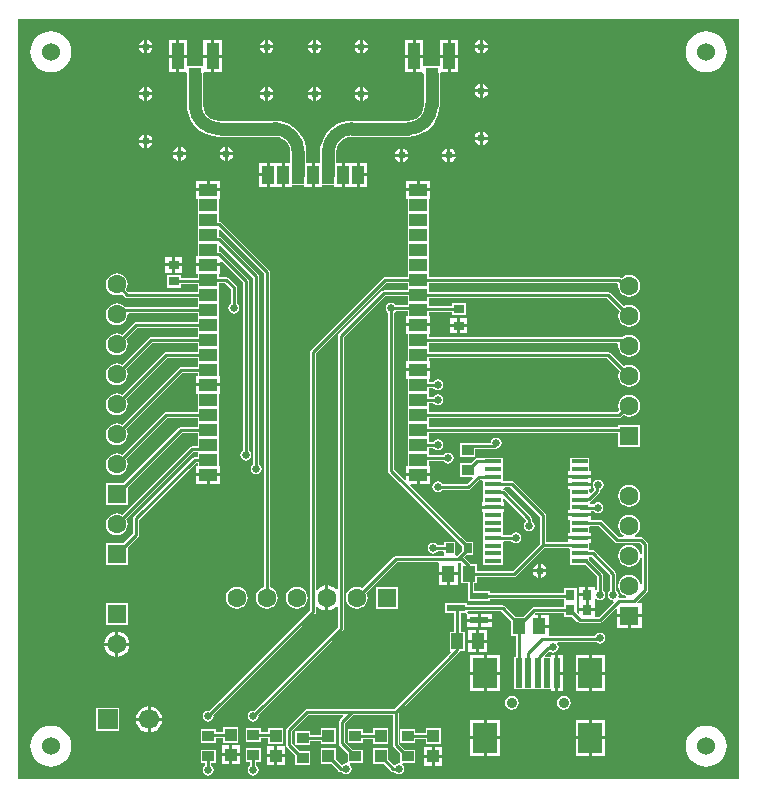
<source format=gbr>
%TF.GenerationSoftware,Altium Limited,Altium NEXUS,2.1.6 (59)*%
G04 Layer_Physical_Order=1*
G04 Layer_Color=255*
%FSLAX45Y45*%
%MOMM*%
%TF.FileFunction,Copper,L1,Top,Signal*%
%TF.Part,Single*%
G01*
G75*
%TA.AperFunction,Conductor*%
%ADD10C,1.10000*%
%ADD11C,0.25400*%
%TA.AperFunction,SMDPad,CuDef*%
%ADD12R,1.00000X1.05000*%
%ADD13R,1.05000X2.20000*%
%ADD14R,1.61000X0.61000*%
%ADD15R,1.10000X1.38000*%
%ADD16R,1.00000X0.90000*%
%ADD17R,1.00000X1.10000*%
%ADD18R,2.00000X2.50000*%
%ADD19R,0.50000X2.50000*%
%ADD20R,0.80000X0.90000*%
%ADD21R,1.39700X0.34800*%
%ADD22R,0.90000X0.80000*%
%ADD23R,1.01600X1.52400*%
%ADD24R,1.52400X1.01600*%
%ADD25R,0.70000X0.90000*%
%TA.AperFunction,ViaPad*%
%ADD26C,0.65000*%
%TA.AperFunction,WasherPad*%
%ADD27C,1.52400*%
%TA.AperFunction,ComponentPad*%
%ADD28C,0.90000*%
%ADD29R,1.60000X1.60000*%
%ADD30C,1.60000*%
%ADD31R,1.70000X1.70000*%
%ADD32C,1.70000*%
%ADD33R,1.60000X1.60000*%
G36*
X8671257Y9141157D02*
Y2707943D01*
X2568243Y2707943D01*
Y9141157D01*
X8671257Y9141157D01*
D02*
G37*
%LPC*%
G36*
X6502400Y8965508D02*
Y8921700D01*
X6546208D01*
X6544241Y8931591D01*
X6531444Y8950744D01*
X6512292Y8963541D01*
X6502400Y8965508D01*
D02*
G37*
G36*
X6477000D02*
X6467108Y8963541D01*
X6447956Y8950744D01*
X6435159Y8931591D01*
X6433192Y8921700D01*
X6477000D01*
Y8965508D01*
D02*
G37*
G36*
X5486400D02*
Y8921700D01*
X5530208D01*
X5528241Y8931591D01*
X5515444Y8950744D01*
X5496292Y8963541D01*
X5486400Y8965508D01*
D02*
G37*
G36*
X5461000D02*
X5451108Y8963541D01*
X5431956Y8950744D01*
X5419159Y8931591D01*
X5417192Y8921700D01*
X5461000D01*
Y8965508D01*
D02*
G37*
G36*
X5092700D02*
Y8921700D01*
X5136508D01*
X5134541Y8931591D01*
X5121744Y8950744D01*
X5102592Y8963541D01*
X5092700Y8965508D01*
D02*
G37*
G36*
X5067300D02*
X5057408Y8963541D01*
X5038256Y8950744D01*
X5025459Y8931591D01*
X5023492Y8921700D01*
X5067300D01*
Y8965508D01*
D02*
G37*
G36*
X4686300D02*
Y8921700D01*
X4730108D01*
X4728141Y8931591D01*
X4715344Y8950744D01*
X4696192Y8963541D01*
X4686300Y8965508D01*
D02*
G37*
G36*
X4660900D02*
X4651008Y8963541D01*
X4631856Y8950744D01*
X4619059Y8931591D01*
X4617092Y8921700D01*
X4660900D01*
Y8965508D01*
D02*
G37*
G36*
X3662400D02*
Y8921700D01*
X3706208D01*
X3704241Y8931591D01*
X3691444Y8950744D01*
X3672292Y8963541D01*
X3662400Y8965508D01*
D02*
G37*
G36*
X3637000D02*
X3627109Y8963541D01*
X3607956Y8950744D01*
X3595159Y8931591D01*
X3593192Y8921700D01*
X3637000D01*
Y8965508D01*
D02*
G37*
G36*
X6546208Y8896300D02*
X6502400D01*
Y8852492D01*
X6512292Y8854459D01*
X6531444Y8867256D01*
X6544241Y8886408D01*
X6546208Y8896300D01*
D02*
G37*
G36*
X6477000D02*
X6433192D01*
X6435159Y8886408D01*
X6447956Y8867256D01*
X6467108Y8854459D01*
X6477000Y8852492D01*
Y8896300D01*
D02*
G37*
G36*
X5530208D02*
X5486400D01*
Y8852492D01*
X5496292Y8854459D01*
X5515444Y8867256D01*
X5528241Y8886408D01*
X5530208Y8896300D01*
D02*
G37*
G36*
X5461000D02*
X5417192D01*
X5419159Y8886408D01*
X5431956Y8867256D01*
X5451108Y8854459D01*
X5461000Y8852492D01*
Y8896300D01*
D02*
G37*
G36*
X5136508D02*
X5092700D01*
Y8852492D01*
X5102592Y8854459D01*
X5121744Y8867256D01*
X5134541Y8886408D01*
X5136508Y8896300D01*
D02*
G37*
G36*
X5067300D02*
X5023492D01*
X5025459Y8886408D01*
X5038256Y8867256D01*
X5057408Y8854459D01*
X5067300Y8852492D01*
Y8896300D01*
D02*
G37*
G36*
X4730108D02*
X4686300D01*
Y8852492D01*
X4696192Y8854459D01*
X4715344Y8867256D01*
X4728141Y8886408D01*
X4730108Y8896300D01*
D02*
G37*
G36*
X4660900D02*
X4617092D01*
X4619059Y8886408D01*
X4631856Y8867256D01*
X4651008Y8854459D01*
X4660900Y8852492D01*
Y8896300D01*
D02*
G37*
G36*
X3706208D02*
X3662400D01*
Y8852492D01*
X3672292Y8854459D01*
X3691444Y8867256D01*
X3704241Y8886408D01*
X3706208Y8896300D01*
D02*
G37*
G36*
X3637000D02*
X3593192D01*
X3595159Y8886408D01*
X3607956Y8867256D01*
X3627109Y8854459D01*
X3637000Y8852492D01*
Y8896300D01*
D02*
G37*
G36*
X3999300Y8961900D02*
X3934100D01*
Y8839200D01*
X3999300D01*
Y8961900D01*
D02*
G37*
G36*
X6000900D02*
X5935699D01*
Y8839200D01*
X6000900D01*
Y8961900D01*
D02*
G37*
G36*
X6295900D02*
X6230700D01*
Y8839200D01*
X6295900D01*
Y8961900D01*
D02*
G37*
G36*
X6205300D02*
X6140100D01*
Y8839200D01*
X6205300D01*
Y8961900D01*
D02*
G37*
G36*
X4294300D02*
X4229100D01*
Y8839200D01*
X4294300D01*
Y8961900D01*
D02*
G37*
G36*
X4203700D02*
X4138500D01*
Y8839200D01*
X4203700D01*
Y8961900D01*
D02*
G37*
G36*
X5910299D02*
X5845100D01*
Y8839200D01*
X5910299D01*
Y8961900D01*
D02*
G37*
G36*
X3908700D02*
X3843500D01*
Y8839200D01*
X3908700D01*
Y8961900D01*
D02*
G37*
G36*
X6295900Y8813800D02*
X6230700D01*
Y8691100D01*
X6295900D01*
Y8813800D01*
D02*
G37*
G36*
X5910299D02*
X5845100D01*
Y8691100D01*
X5910299D01*
Y8813800D01*
D02*
G37*
G36*
X4294300D02*
X4229100D01*
Y8691100D01*
X4294300D01*
Y8813800D01*
D02*
G37*
G36*
X3908700D02*
X3843500D01*
Y8691100D01*
X3908700D01*
Y8813800D01*
D02*
G37*
G36*
X8394700Y9038136D02*
X8360845Y9034801D01*
X8328291Y9024926D01*
X8298289Y9008890D01*
X8271992Y8987308D01*
X8250410Y8961011D01*
X8234374Y8931009D01*
X8224499Y8898455D01*
X8221164Y8864600D01*
X8224499Y8830745D01*
X8234374Y8798191D01*
X8250410Y8768189D01*
X8271992Y8741892D01*
X8298289Y8720310D01*
X8328291Y8704274D01*
X8360845Y8694399D01*
X8394700Y8691064D01*
X8428555Y8694399D01*
X8461109Y8704274D01*
X8491111Y8720310D01*
X8517408Y8741892D01*
X8538990Y8768189D01*
X8555026Y8798191D01*
X8564901Y8830745D01*
X8568236Y8864600D01*
X8564901Y8898455D01*
X8555026Y8931009D01*
X8538990Y8961011D01*
X8517408Y8987308D01*
X8491111Y9008890D01*
X8461109Y9024926D01*
X8428555Y9034801D01*
X8394700Y9038136D01*
D02*
G37*
G36*
X2844800D02*
X2810945Y9034801D01*
X2778391Y9024926D01*
X2748389Y9008890D01*
X2722092Y8987308D01*
X2700510Y8961011D01*
X2684474Y8931009D01*
X2674599Y8898455D01*
X2671264Y8864600D01*
X2674599Y8830745D01*
X2684474Y8798191D01*
X2700510Y8768189D01*
X2722092Y8741892D01*
X2748389Y8720310D01*
X2778391Y8704274D01*
X2810945Y8694399D01*
X2844800Y8691064D01*
X2878655Y8694399D01*
X2911209Y8704274D01*
X2941211Y8720310D01*
X2967508Y8741892D01*
X2989090Y8768189D01*
X3005126Y8798191D01*
X3015001Y8830745D01*
X3018336Y8864600D01*
X3015001Y8898455D01*
X3005126Y8931009D01*
X2989090Y8961011D01*
X2967508Y8987308D01*
X2941211Y9008890D01*
X2911209Y9024926D01*
X2878655Y9034801D01*
X2844800Y9038136D01*
D02*
G37*
G36*
X6502400Y8590908D02*
Y8547100D01*
X6546208D01*
X6544241Y8556992D01*
X6531444Y8576144D01*
X6512292Y8588941D01*
X6502400Y8590908D01*
D02*
G37*
G36*
X6477000D02*
X6467108Y8588941D01*
X6447956Y8576144D01*
X6435159Y8556992D01*
X6433192Y8547100D01*
X6477000D01*
Y8590908D01*
D02*
G37*
G36*
X5486400Y8565508D02*
Y8521700D01*
X5530208D01*
X5528241Y8531592D01*
X5515444Y8550744D01*
X5496292Y8563541D01*
X5486400Y8565508D01*
D02*
G37*
G36*
X5461000D02*
X5451108Y8563541D01*
X5431956Y8550744D01*
X5419159Y8531592D01*
X5417192Y8521700D01*
X5461000D01*
Y8565508D01*
D02*
G37*
G36*
X5092700D02*
Y8521700D01*
X5136508D01*
X5134541Y8531592D01*
X5121744Y8550744D01*
X5102592Y8563541D01*
X5092700Y8565508D01*
D02*
G37*
G36*
X5067300D02*
X5057408Y8563541D01*
X5038256Y8550744D01*
X5025459Y8531592D01*
X5023492Y8521700D01*
X5067300D01*
Y8565508D01*
D02*
G37*
G36*
X4686300D02*
Y8521700D01*
X4730108D01*
X4728141Y8531592D01*
X4715344Y8550744D01*
X4696192Y8563541D01*
X4686300Y8565508D01*
D02*
G37*
G36*
X4660900D02*
X4651008Y8563541D01*
X4631856Y8550744D01*
X4619059Y8531592D01*
X4617092Y8521700D01*
X4660900D01*
Y8565508D01*
D02*
G37*
G36*
X3662400D02*
Y8521700D01*
X3706208D01*
X3704241Y8531592D01*
X3691444Y8550744D01*
X3672292Y8563541D01*
X3662400Y8565508D01*
D02*
G37*
G36*
X3637000D02*
X3627109Y8563541D01*
X3607956Y8550744D01*
X3595159Y8531592D01*
X3593192Y8521700D01*
X3637000D01*
Y8565508D01*
D02*
G37*
G36*
X6546208Y8521700D02*
X6502400D01*
Y8477892D01*
X6512292Y8479859D01*
X6531444Y8492656D01*
X6544241Y8511808D01*
X6546208Y8521700D01*
D02*
G37*
G36*
X6477000D02*
X6433192D01*
X6435159Y8511808D01*
X6447956Y8492656D01*
X6467108Y8479859D01*
X6477000Y8477892D01*
Y8521700D01*
D02*
G37*
G36*
X5530208Y8496300D02*
X5486400D01*
Y8452492D01*
X5496292Y8454459D01*
X5515444Y8467256D01*
X5528241Y8486408D01*
X5530208Y8496300D01*
D02*
G37*
G36*
X5461000D02*
X5417192D01*
X5419159Y8486408D01*
X5431956Y8467256D01*
X5451108Y8454459D01*
X5461000Y8452492D01*
Y8496300D01*
D02*
G37*
G36*
X5136508D02*
X5092700D01*
Y8452492D01*
X5102592Y8454459D01*
X5121744Y8467256D01*
X5134541Y8486408D01*
X5136508Y8496300D01*
D02*
G37*
G36*
X5067300D02*
X5023492D01*
X5025459Y8486408D01*
X5038256Y8467256D01*
X5057408Y8454459D01*
X5067300Y8452492D01*
Y8496300D01*
D02*
G37*
G36*
X4730108D02*
X4686300D01*
Y8452492D01*
X4696192Y8454459D01*
X4715344Y8467256D01*
X4728141Y8486408D01*
X4730108Y8496300D01*
D02*
G37*
G36*
X4660900D02*
X4617092D01*
X4619059Y8486408D01*
X4631856Y8467256D01*
X4651008Y8454459D01*
X4660900Y8452492D01*
Y8496300D01*
D02*
G37*
G36*
X3706208D02*
X3662400D01*
Y8452492D01*
X3672292Y8454459D01*
X3691444Y8467256D01*
X3704241Y8486408D01*
X3706208Y8496300D01*
D02*
G37*
G36*
X3637000D02*
X3593192D01*
X3595159Y8486408D01*
X3607956Y8467256D01*
X3627109Y8454459D01*
X3637000Y8452492D01*
Y8496300D01*
D02*
G37*
G36*
X6000900Y8813800D02*
X5935699D01*
Y8691100D01*
X5991328D01*
X6002556Y8679086D01*
X6002216Y8676500D01*
Y8413700D01*
X6002438Y8412011D01*
X5998158Y8379495D01*
X5984955Y8347620D01*
X5963952Y8320249D01*
X5936580Y8299246D01*
X5904706Y8286043D01*
X5872189Y8281762D01*
X5870500Y8281984D01*
X5397500D01*
X5394300Y8282228D01*
Y8282228D01*
X5352293Y8278922D01*
X5311320Y8269085D01*
X5272391Y8252960D01*
X5236463Y8230944D01*
X5204422Y8203578D01*
X5177056Y8171537D01*
X5155040Y8135609D01*
X5138915Y8096680D01*
X5129078Y8055707D01*
X5125772Y8013700D01*
X5126016D01*
Y7924800D01*
X5080000D01*
Y7823200D01*
Y7721600D01*
X5143500D01*
Y7734300D01*
X5245100D01*
Y7721600D01*
X5308600D01*
Y7823200D01*
Y7924800D01*
X5262584D01*
Y8013700D01*
X5262362Y8015389D01*
X5266643Y8047906D01*
X5279845Y8079780D01*
X5300848Y8107152D01*
X5328220Y8128155D01*
X5360094Y8141358D01*
X5382082Y8144252D01*
X5394300Y8145416D01*
X5395469Y8145416D01*
X5406747Y8145416D01*
X5870500D01*
Y8145172D01*
X5912507Y8148478D01*
X5953480Y8158315D01*
X5992409Y8174440D01*
X6028337Y8196457D01*
X6060378Y8223823D01*
X6087744Y8255864D01*
X6109760Y8291791D01*
X6125885Y8330720D01*
X6135722Y8371693D01*
X6139028Y8413700D01*
X6138784D01*
Y8676500D01*
X6138444Y8679086D01*
X6149672Y8691100D01*
X6205300D01*
Y8813800D01*
X6140100D01*
Y8751542D01*
X6133200Y8741700D01*
X6127400Y8741700D01*
X6090002D01*
X6088173Y8742457D01*
X6070500Y8744784D01*
X6052827Y8742457D01*
X6050998Y8741700D01*
X6007800Y8741700D01*
X6000900Y8751542D01*
Y8813800D01*
D02*
G37*
G36*
X6502400Y8190908D02*
Y8147100D01*
X6546208D01*
X6544241Y8156992D01*
X6531444Y8176144D01*
X6512292Y8188941D01*
X6502400Y8190908D01*
D02*
G37*
G36*
X6477000D02*
X6467108Y8188941D01*
X6447956Y8176144D01*
X6435159Y8156992D01*
X6433192Y8147100D01*
X6477000D01*
Y8190908D01*
D02*
G37*
G36*
X3662400Y8165508D02*
Y8121700D01*
X3706208D01*
X3704241Y8131592D01*
X3691444Y8150744D01*
X3672292Y8163541D01*
X3662400Y8165508D01*
D02*
G37*
G36*
X3637000D02*
X3627109Y8163541D01*
X3607956Y8150744D01*
X3595159Y8131592D01*
X3593192Y8121700D01*
X3637000D01*
Y8165508D01*
D02*
G37*
G36*
X6546208Y8121700D02*
X6502400D01*
Y8077892D01*
X6512292Y8079859D01*
X6531444Y8092656D01*
X6544241Y8111809D01*
X6546208Y8121700D01*
D02*
G37*
G36*
X6477000D02*
X6433192D01*
X6435159Y8111809D01*
X6447956Y8092656D01*
X6467108Y8079859D01*
X6477000Y8077892D01*
Y8121700D01*
D02*
G37*
G36*
X3706208Y8096300D02*
X3662400D01*
Y8052492D01*
X3672292Y8054459D01*
X3691444Y8067256D01*
X3704241Y8086409D01*
X3706208Y8096300D01*
D02*
G37*
G36*
X3637000D02*
X3593192D01*
X3595159Y8086409D01*
X3607956Y8067256D01*
X3627109Y8054459D01*
X3637000Y8052492D01*
Y8096300D01*
D02*
G37*
G36*
X4343400Y8057508D02*
Y8013700D01*
X4387208D01*
X4385241Y8023592D01*
X4372444Y8042744D01*
X4353292Y8055541D01*
X4343400Y8057508D01*
D02*
G37*
G36*
X4318000D02*
X4308108Y8055541D01*
X4288956Y8042744D01*
X4276159Y8023592D01*
X4274192Y8013700D01*
X4318000D01*
Y8057508D01*
D02*
G37*
G36*
X3949700D02*
Y8013700D01*
X3993508D01*
X3991541Y8023592D01*
X3978744Y8042744D01*
X3959592Y8055541D01*
X3949700Y8057508D01*
D02*
G37*
G36*
X3924300D02*
X3914408Y8055541D01*
X3895256Y8042744D01*
X3882459Y8023592D01*
X3880492Y8013700D01*
X3924300D01*
Y8057508D01*
D02*
G37*
G36*
X6229300Y8044808D02*
Y8001000D01*
X6273108D01*
X6271141Y8010892D01*
X6258344Y8030044D01*
X6239191Y8042841D01*
X6229300Y8044808D01*
D02*
G37*
G36*
X6203900D02*
X6194008Y8042841D01*
X6174856Y8030044D01*
X6162059Y8010892D01*
X6160092Y8001000D01*
X6203900D01*
Y8044808D01*
D02*
G37*
G36*
X5829300D02*
Y8001000D01*
X5873108D01*
X5871141Y8010892D01*
X5858344Y8030044D01*
X5839192Y8042841D01*
X5829300Y8044808D01*
D02*
G37*
G36*
X5803900D02*
X5794008Y8042841D01*
X5774856Y8030044D01*
X5762059Y8010892D01*
X5760092Y8001000D01*
X5803900D01*
Y8044808D01*
D02*
G37*
G36*
X4387208Y7988300D02*
X4343400D01*
Y7944492D01*
X4353292Y7946459D01*
X4372444Y7959256D01*
X4385241Y7978408D01*
X4387208Y7988300D01*
D02*
G37*
G36*
X4318000D02*
X4274192D01*
X4276159Y7978408D01*
X4288956Y7959256D01*
X4308108Y7946459D01*
X4318000Y7944492D01*
Y7988300D01*
D02*
G37*
G36*
X3993508D02*
X3949700D01*
Y7944492D01*
X3959592Y7946459D01*
X3978744Y7959256D01*
X3991541Y7978408D01*
X3993508Y7988300D01*
D02*
G37*
G36*
X3924300D02*
X3880492D01*
X3882459Y7978408D01*
X3895256Y7959256D01*
X3914408Y7946459D01*
X3924300Y7944492D01*
Y7988300D01*
D02*
G37*
G36*
X6273108Y7975600D02*
X6229300D01*
Y7931792D01*
X6239191Y7933759D01*
X6258344Y7946556D01*
X6271141Y7965708D01*
X6273108Y7975600D01*
D02*
G37*
G36*
X6203900D02*
X6160092D01*
X6162059Y7965708D01*
X6174856Y7946556D01*
X6194008Y7933759D01*
X6203900Y7931792D01*
Y7975600D01*
D02*
G37*
G36*
X5873108D02*
X5829300D01*
Y7931792D01*
X5839192Y7933759D01*
X5858344Y7946556D01*
X5871141Y7965708D01*
X5873108Y7975600D01*
D02*
G37*
G36*
X5803900D02*
X5760092D01*
X5762059Y7965708D01*
X5774856Y7946556D01*
X5794008Y7933759D01*
X5803900Y7931792D01*
Y7975600D01*
D02*
G37*
G36*
X5524500Y7924800D02*
X5461000D01*
Y7835900D01*
X5524500D01*
Y7924800D01*
D02*
G37*
G36*
X4673600D02*
X4610100D01*
Y7835900D01*
X4673600D01*
Y7924800D01*
D02*
G37*
G36*
X5524500Y7810500D02*
X5461000D01*
Y7721600D01*
X5524500D01*
Y7810500D01*
D02*
G37*
G36*
X5435600Y7924800D02*
X5334000D01*
Y7823200D01*
Y7721600D01*
X5435600D01*
Y7823200D01*
Y7924800D01*
D02*
G37*
G36*
X3999300Y8813800D02*
X3934100D01*
Y8691100D01*
X3988128D01*
X3999266Y8678400D01*
X3999016Y8676500D01*
Y8564202D01*
X3999016Y8564200D01*
Y8526100D01*
Y8414200D01*
X3998772D01*
X4002078Y8372193D01*
X4011915Y8331221D01*
X4028040Y8292291D01*
X4050056Y8256364D01*
X4077422Y8224323D01*
X4109463Y8196957D01*
X4145391Y8174940D01*
X4184320Y8158815D01*
X4225293Y8148979D01*
X4267300Y8145673D01*
Y8145672D01*
X4279671Y8146710D01*
X4289500Y8145416D01*
X4747478D01*
X4774506Y8141858D01*
X4806380Y8128655D01*
X4833752Y8107652D01*
X4854755Y8080281D01*
X4867957Y8048406D01*
X4872238Y8015889D01*
X4872016Y8014200D01*
Y7924800D01*
X4826000D01*
Y7823200D01*
Y7721600D01*
X4889500D01*
Y7734300D01*
X4991100D01*
Y7721600D01*
X5054600D01*
Y7823200D01*
Y7924800D01*
X5008584D01*
Y8014200D01*
X5008828D01*
X5005522Y8056207D01*
X4995685Y8097180D01*
X4979560Y8136109D01*
X4957544Y8172037D01*
X4930178Y8204078D01*
X4898137Y8231444D01*
X4862209Y8253460D01*
X4823280Y8269585D01*
X4782307Y8279422D01*
X4780376Y8279574D01*
X4780173Y8279658D01*
X4762500Y8281984D01*
X4749749D01*
X4740300Y8282728D01*
Y8282484D01*
X4736501Y8281984D01*
X4289500D01*
X4280299Y8280773D01*
X4267300Y8282484D01*
Y8282485D01*
X4266859Y8282098D01*
X4233094Y8286543D01*
X4201219Y8299746D01*
X4173848Y8320749D01*
X4152845Y8348120D01*
X4139642Y8379995D01*
X4135362Y8412511D01*
X4135584Y8414200D01*
Y8506940D01*
X4135584Y8506942D01*
Y8676500D01*
X4135151Y8679787D01*
X4146472Y8691100D01*
X4203700D01*
Y8813800D01*
X4138500D01*
Y8750879D01*
X4130000Y8741700D01*
X4125800Y8741700D01*
X4086802D01*
X4084973Y8742457D01*
X4067300Y8744784D01*
X4049627Y8742457D01*
X4047798Y8741700D01*
X4004600Y8741700D01*
X3999300Y8752204D01*
Y8813800D01*
D02*
G37*
G36*
X4800600Y7924800D02*
X4699000D01*
Y7823200D01*
Y7721600D01*
X4800600D01*
Y7823200D01*
Y7924800D01*
D02*
G37*
G36*
X4673600Y7810500D02*
X4610100D01*
Y7721600D01*
X4673600D01*
Y7810500D01*
D02*
G37*
G36*
X4279900Y7772400D02*
X4191000D01*
Y7708900D01*
X4279900D01*
Y7772400D01*
D02*
G37*
G36*
X6057900D02*
X5969000D01*
Y7708900D01*
X6057900D01*
Y7772400D01*
D02*
G37*
G36*
X5943600D02*
X5854700D01*
Y7708900D01*
X5943600D01*
Y7772400D01*
D02*
G37*
G36*
X4165600D02*
X4076700D01*
Y7708900D01*
X4165600D01*
Y7772400D01*
D02*
G37*
G36*
X3956600Y7126900D02*
X3898900D01*
Y7074200D01*
X3956600D01*
Y7126900D01*
D02*
G37*
G36*
X3873500D02*
X3815800D01*
Y7074200D01*
X3873500D01*
Y7126900D01*
D02*
G37*
G36*
X3956600Y7048800D02*
X3898900D01*
Y6996100D01*
X3956600D01*
Y7048800D01*
D02*
G37*
G36*
X3873500D02*
X3815800D01*
Y6996100D01*
X3873500D01*
Y7048800D01*
D02*
G37*
G36*
X4279900Y7048500D02*
X4178300D01*
X4076700D01*
Y6985000D01*
X4089400D01*
Y6947398D01*
X3943900D01*
Y6974200D01*
X3828500D01*
Y6868800D01*
X3943900D01*
Y6895602D01*
X4089400D01*
Y6833098D01*
X3503227D01*
X3485276Y6851048D01*
X3493914Y6871900D01*
X3497100Y6896100D01*
X3493914Y6920300D01*
X3484573Y6942850D01*
X3469714Y6962214D01*
X3450350Y6977073D01*
X3427800Y6986414D01*
X3403600Y6989600D01*
X3379400Y6986414D01*
X3356850Y6977073D01*
X3337486Y6962214D01*
X3322627Y6942850D01*
X3313286Y6920300D01*
X3310100Y6896100D01*
X3313286Y6871900D01*
X3322627Y6849350D01*
X3337486Y6829986D01*
X3356850Y6815127D01*
X3379400Y6805786D01*
X3403600Y6802600D01*
X3427800Y6805786D01*
X3448652Y6814424D01*
X3474188Y6788888D01*
X3482589Y6783274D01*
X3492500Y6781302D01*
X4089400D01*
Y6706098D01*
X3478123D01*
X3472237Y6704927D01*
X3469714Y6708214D01*
X3450350Y6723073D01*
X3427800Y6732414D01*
X3403600Y6735600D01*
X3379400Y6732414D01*
X3356850Y6723073D01*
X3337486Y6708214D01*
X3322627Y6688850D01*
X3313286Y6666300D01*
X3310100Y6642100D01*
X3313286Y6617900D01*
X3322627Y6595350D01*
X3337486Y6575986D01*
X3356850Y6561127D01*
X3379400Y6551786D01*
X3403600Y6548600D01*
X3427800Y6551786D01*
X3450350Y6561127D01*
X3469714Y6575986D01*
X3484573Y6595350D01*
X3493914Y6617900D01*
X3497100Y6642100D01*
X3496750Y6644754D01*
X3505124Y6654302D01*
X4089400D01*
Y6579098D01*
X3568700D01*
X3558789Y6577126D01*
X3550388Y6571512D01*
X3448652Y6469776D01*
X3427800Y6478414D01*
X3403600Y6481600D01*
X3379400Y6478414D01*
X3356850Y6469073D01*
X3337486Y6454214D01*
X3322627Y6434850D01*
X3313286Y6412300D01*
X3310100Y6388100D01*
X3313286Y6363900D01*
X3322627Y6341350D01*
X3337486Y6321986D01*
X3356850Y6307127D01*
X3379400Y6297786D01*
X3403600Y6294600D01*
X3427800Y6297786D01*
X3450350Y6307127D01*
X3469714Y6321986D01*
X3484573Y6341350D01*
X3493914Y6363900D01*
X3497100Y6388100D01*
X3493914Y6412300D01*
X3485276Y6433152D01*
X3579427Y6527302D01*
X4089400D01*
Y6452098D01*
X3695700D01*
X3685789Y6450126D01*
X3677388Y6444512D01*
X3448652Y6215776D01*
X3427800Y6224414D01*
X3403600Y6227600D01*
X3379400Y6224414D01*
X3356850Y6215073D01*
X3337486Y6200214D01*
X3322627Y6180850D01*
X3313286Y6158300D01*
X3310100Y6134100D01*
X3313286Y6109900D01*
X3322627Y6087350D01*
X3337486Y6067986D01*
X3356850Y6053127D01*
X3379400Y6043786D01*
X3403600Y6040600D01*
X3427800Y6043786D01*
X3450350Y6053127D01*
X3469714Y6067986D01*
X3484573Y6087350D01*
X3493914Y6109900D01*
X3497100Y6134100D01*
X3493914Y6158300D01*
X3485276Y6179152D01*
X3706427Y6400302D01*
X4089400D01*
Y6325098D01*
X3822700D01*
X3812789Y6323126D01*
X3804388Y6317512D01*
X3448652Y5961776D01*
X3427800Y5970414D01*
X3403600Y5973600D01*
X3379400Y5970414D01*
X3356850Y5961073D01*
X3337486Y5946214D01*
X3322627Y5926850D01*
X3313286Y5904300D01*
X3310100Y5880100D01*
X3313286Y5855900D01*
X3322627Y5833350D01*
X3337486Y5813986D01*
X3356850Y5799127D01*
X3379400Y5789786D01*
X3403600Y5786600D01*
X3427800Y5789786D01*
X3450350Y5799127D01*
X3469714Y5813986D01*
X3484573Y5833350D01*
X3493914Y5855900D01*
X3497100Y5880100D01*
X3493914Y5904300D01*
X3485276Y5925152D01*
X3833427Y6273302D01*
X4089400D01*
Y6198098D01*
X3949700D01*
X3939789Y6196126D01*
X3931388Y6190512D01*
X3448652Y5707776D01*
X3427800Y5716414D01*
X3403600Y5719600D01*
X3379400Y5716414D01*
X3356850Y5707073D01*
X3337486Y5692214D01*
X3322627Y5672850D01*
X3313286Y5650300D01*
X3310100Y5626100D01*
X3313286Y5601900D01*
X3322627Y5579350D01*
X3337486Y5559986D01*
X3356850Y5545127D01*
X3379400Y5535786D01*
X3403600Y5532600D01*
X3427800Y5535786D01*
X3450350Y5545127D01*
X3469714Y5559986D01*
X3484573Y5579350D01*
X3493914Y5601900D01*
X3497100Y5626100D01*
X3493914Y5650300D01*
X3485276Y5671152D01*
X3960427Y6146302D01*
X4089400D01*
Y6121400D01*
X4076700D01*
Y6057900D01*
X4178300D01*
X4279900D01*
Y6121400D01*
X4267200D01*
Y6235700D01*
Y6362700D01*
Y6489700D01*
Y6616700D01*
Y6743700D01*
Y6870700D01*
Y6908302D01*
X4319973D01*
X4368302Y6859973D01*
Y6729957D01*
X4361613Y6725487D01*
X4351622Y6710536D01*
X4348114Y6692900D01*
X4351622Y6675264D01*
X4361613Y6660313D01*
X4376564Y6650322D01*
X4394200Y6646814D01*
X4411836Y6650322D01*
X4426787Y6660313D01*
X4436778Y6675264D01*
X4440286Y6692900D01*
X4436778Y6710536D01*
X4426787Y6725487D01*
X4420098Y6729957D01*
Y6870700D01*
X4418126Y6880611D01*
X4412512Y6889012D01*
X4349012Y6952512D01*
X4340611Y6958126D01*
X4330700Y6960098D01*
X4267200D01*
Y6985000D01*
X4279900D01*
Y7048500D01*
D02*
G37*
G36*
X6057900Y7683500D02*
X5854700D01*
Y7620000D01*
X5867400D01*
Y7505700D01*
Y7378700D01*
Y7251700D01*
Y7124700D01*
Y6997700D01*
Y6960098D01*
X5676900D01*
X5666989Y6958126D01*
X5658588Y6952512D01*
X5045188Y6339112D01*
X5039574Y6330710D01*
X5037602Y6320800D01*
Y4134427D01*
X4186191Y3283016D01*
X4178300Y3284586D01*
X4160664Y3281078D01*
X4145713Y3271087D01*
X4135722Y3256136D01*
X4132214Y3238500D01*
X4135722Y3220864D01*
X4145713Y3205913D01*
X4160664Y3195922D01*
X4178300Y3192414D01*
X4195936Y3195922D01*
X4210887Y3205913D01*
X4220878Y3220864D01*
X4224386Y3238500D01*
X4222816Y3246391D01*
X5081812Y4105388D01*
X5087426Y4113789D01*
X5089397Y4123700D01*
Y4167960D01*
X5102097Y4172271D01*
X5106428Y4166628D01*
X5128445Y4149733D01*
X5154085Y4139113D01*
X5168900Y4137162D01*
Y4241800D01*
Y4346438D01*
X5154085Y4344487D01*
X5128445Y4333867D01*
X5106428Y4316972D01*
X5102097Y4311329D01*
X5089397Y4315640D01*
Y6310073D01*
X5687627Y6908302D01*
X5867400D01*
Y6845798D01*
X5664200D01*
X5654289Y6843826D01*
X5645888Y6838212D01*
X5281388Y6473712D01*
X5275774Y6465311D01*
X5273803Y6455400D01*
Y4315640D01*
X5261103Y4311329D01*
X5256772Y4316972D01*
X5234755Y4333867D01*
X5209115Y4344487D01*
X5194300Y4346438D01*
Y4241800D01*
Y4137162D01*
X5209115Y4139113D01*
X5234755Y4149733D01*
X5256772Y4166628D01*
X5261103Y4172271D01*
X5273803Y4167960D01*
Y3989627D01*
X4567191Y3283016D01*
X4559300Y3284586D01*
X4541664Y3281078D01*
X4526713Y3271087D01*
X4516722Y3256136D01*
X4513214Y3238500D01*
X4516722Y3220864D01*
X4526713Y3205913D01*
X4541664Y3195922D01*
X4559300Y3192414D01*
X4576936Y3195922D01*
X4591887Y3205913D01*
X4601878Y3220864D01*
X4605386Y3238500D01*
X4603816Y3246391D01*
X5318012Y3960588D01*
X5323626Y3968990D01*
X5325598Y3978900D01*
Y6444673D01*
X5674927Y6794002D01*
X5867400D01*
Y6718798D01*
X5764757D01*
X5760287Y6725487D01*
X5745336Y6735478D01*
X5727700Y6738986D01*
X5710064Y6735478D01*
X5695113Y6725487D01*
X5685122Y6710536D01*
X5681614Y6692900D01*
X5685122Y6675264D01*
X5695113Y6660313D01*
X5701802Y6655843D01*
Y5317400D01*
X5703774Y5307489D01*
X5709388Y5299087D01*
X6326500Y4681975D01*
Y4639825D01*
X6284573Y4597898D01*
X6282404D01*
X6271900Y4603200D01*
X6271900Y4610598D01*
Y4718600D01*
X6176500D01*
Y4686797D01*
X6120358D01*
X6115887Y4693487D01*
X6100936Y4703478D01*
X6083300Y4706986D01*
X6065664Y4703478D01*
X6050713Y4693487D01*
X6040722Y4678536D01*
X6037214Y4660900D01*
X6040722Y4643264D01*
X6050713Y4628313D01*
X6065664Y4618322D01*
X6083300Y4614814D01*
X6100936Y4618322D01*
X6115887Y4628313D01*
X6120357Y4635002D01*
X6167520D01*
X6176500Y4626022D01*
X6176500Y4603200D01*
X6165996Y4597898D01*
X5765800D01*
X5755889Y4595926D01*
X5747488Y4590312D01*
X5480652Y4323476D01*
X5459800Y4332114D01*
X5435600Y4335300D01*
X5411400Y4332114D01*
X5388850Y4322773D01*
X5369486Y4307914D01*
X5354627Y4288550D01*
X5345286Y4266000D01*
X5342100Y4241800D01*
X5345286Y4217600D01*
X5354627Y4195050D01*
X5369486Y4175686D01*
X5388850Y4160827D01*
X5411400Y4151486D01*
X5435600Y4148300D01*
X5459800Y4151486D01*
X5482350Y4160827D01*
X5501714Y4175686D01*
X5516573Y4195050D01*
X5525914Y4217600D01*
X5529100Y4241800D01*
X5525914Y4266000D01*
X5517276Y4286852D01*
X5776527Y4546102D01*
X6122576D01*
X6132500Y4539400D01*
X6132500Y4533402D01*
Y4457700D01*
X6212900D01*
X6293300D01*
Y4533402D01*
X6293300Y4539400D01*
X6303224Y4546102D01*
X6313873D01*
X6322333Y4537643D01*
X6317800Y4526700D01*
X6317800D01*
Y4363300D01*
X6381202D01*
Y4273200D01*
X6381700Y4270697D01*
Y4212200D01*
X6568100D01*
Y4229502D01*
X7192500D01*
Y4210600D01*
X7192500Y4209500D01*
Y4197900D01*
X7192500Y4196800D01*
Y4166097D01*
X6935500D01*
X6925589Y4164126D01*
X6917187Y4158512D01*
X6840875Y4082200D01*
X6778725D01*
X6689712Y4171212D01*
X6681310Y4176826D01*
X6671400Y4178798D01*
X6369100D01*
Y4196100D01*
X6182700D01*
Y4109700D01*
X6263202D01*
Y3955200D01*
X6221400D01*
Y3791800D01*
X6227782D01*
X6232642Y3780067D01*
X5755073Y3302498D01*
X5016500D01*
X5006589Y3300526D01*
X4998188Y3294912D01*
X4845788Y3142512D01*
X4840174Y3134111D01*
X4838202Y3124200D01*
Y2996100D01*
X4840174Y2986190D01*
X4845788Y2977788D01*
X4915700Y2907875D01*
Y2829100D01*
X5041100D01*
Y2944500D01*
X4952325D01*
X4889998Y3006827D01*
Y3113473D01*
X5027227Y3250702D01*
X5318384D01*
X5323244Y3238969D01*
X5290288Y3206012D01*
X5284674Y3197611D01*
X5282702Y3187700D01*
Y3008800D01*
X5284674Y2998890D01*
X5290288Y2990488D01*
X5360200Y2920575D01*
Y2850349D01*
X5348346Y2839758D01*
X5346700Y2840086D01*
X5329064Y2836578D01*
X5314113Y2826588D01*
X5304759Y2825666D01*
X5257000Y2873425D01*
Y2967200D01*
X5131600D01*
Y2831800D01*
X5225375D01*
X5281488Y2775688D01*
X5289889Y2770074D01*
X5299800Y2768102D01*
X5309643D01*
X5314113Y2761413D01*
X5329064Y2751422D01*
X5346700Y2747914D01*
X5364336Y2751422D01*
X5379287Y2761413D01*
X5389278Y2776364D01*
X5392786Y2794000D01*
X5389278Y2811636D01*
X5379287Y2826587D01*
X5375527Y2829100D01*
X5379379Y2841800D01*
X5485600D01*
Y2957200D01*
X5396825D01*
X5334498Y3019527D01*
Y3176973D01*
X5408227Y3250702D01*
X5739902D01*
Y2996100D01*
X5741874Y2986190D01*
X5747488Y2977788D01*
X5804700Y2920575D01*
Y2850349D01*
X5792846Y2839758D01*
X5791200Y2840086D01*
X5773564Y2836578D01*
X5758613Y2826588D01*
X5749259Y2825666D01*
X5701500Y2873425D01*
Y2967200D01*
X5576100D01*
Y2831800D01*
X5669875D01*
X5725988Y2775688D01*
X5734389Y2770074D01*
X5744300Y2768102D01*
X5754143D01*
X5758613Y2761413D01*
X5773564Y2751422D01*
X5791200Y2747914D01*
X5808836Y2751422D01*
X5823787Y2761413D01*
X5833778Y2776364D01*
X5837286Y2794000D01*
X5833778Y2811636D01*
X5823787Y2826587D01*
X5820027Y2829100D01*
X5823879Y2841800D01*
X5930100D01*
Y2957200D01*
X5841325D01*
X5791698Y3006827D01*
Y3265873D01*
X6304812Y3778988D01*
X6310426Y3787389D01*
X6311304Y3791800D01*
X6356800D01*
Y3955200D01*
X6314998D01*
Y4109700D01*
X6356400D01*
X6357709Y4109700D01*
X6368999Y4106299D01*
X6369000Y4097239D01*
X6369000Y4097203D01*
X6369000Y4096467D01*
Y4063100D01*
X6462200D01*
Y4106300D01*
X6381700D01*
X6380391Y4106300D01*
X6375221Y4107857D01*
X6372898Y4121820D01*
X6378080Y4127002D01*
X6660673D01*
X6742100Y4045575D01*
Y3918800D01*
X6782302D01*
Y3741500D01*
X6770500D01*
Y3466100D01*
X6845899D01*
Y3466099D01*
X6850501D01*
Y3466100D01*
X6925900D01*
Y3466099D01*
X6930500D01*
Y3466100D01*
X6997800D01*
X7005899Y3466100D01*
Y3466099D01*
X7010501D01*
Y3466100D01*
X7077800D01*
Y3453400D01*
X7115500D01*
Y3603800D01*
Y3754200D01*
X7077800D01*
Y3741500D01*
X7035237D01*
X7030377Y3753233D01*
X7066369Y3789225D01*
X7068040D01*
X7081664Y3780122D01*
X7099300Y3776614D01*
X7116936Y3780122D01*
X7131887Y3790113D01*
X7141878Y3805064D01*
X7145386Y3822700D01*
X7141878Y3840336D01*
X7132212Y3854802D01*
X7132778Y3857663D01*
X7136466Y3867502D01*
X7459618D01*
X7460413Y3866313D01*
X7475364Y3856322D01*
X7493000Y3852814D01*
X7510636Y3856322D01*
X7525587Y3866313D01*
X7535578Y3881264D01*
X7539086Y3898900D01*
X7535578Y3916536D01*
X7525587Y3931487D01*
X7510636Y3941478D01*
X7493000Y3944986D01*
X7475364Y3941478D01*
X7460413Y3931487D01*
X7452268Y3919297D01*
X7062800D01*
Y3987800D01*
X6982400D01*
Y4000500D01*
X6969700D01*
Y4094900D01*
X6946583D01*
X6941397Y4106763D01*
X6947483Y4114302D01*
X7192500D01*
Y4082500D01*
X7261275D01*
X7304988Y4038787D01*
X7313389Y4033173D01*
X7323300Y4031202D01*
X7497043D01*
X7506953Y4033173D01*
X7515355Y4038787D01*
X7626567Y4149999D01*
X7638300Y4145139D01*
Y4102100D01*
X7743700D01*
X7849100D01*
Y4194800D01*
X7816704D01*
X7811443Y4207500D01*
X7892312Y4288369D01*
X7897926Y4296771D01*
X7899898Y4306681D01*
Y4699000D01*
X7897926Y4708911D01*
X7892312Y4717312D01*
X7858012Y4751612D01*
X7849611Y4757226D01*
X7839700Y4759197D01*
X7795814D01*
X7793234Y4764600D01*
X7792366Y4771897D01*
X7809814Y4785286D01*
X7824673Y4804650D01*
X7834014Y4827200D01*
X7837200Y4851400D01*
X7834014Y4875600D01*
X7824673Y4898150D01*
X7809814Y4917514D01*
X7790450Y4932373D01*
X7767900Y4941714D01*
X7743700Y4944900D01*
X7719500Y4941714D01*
X7696950Y4932373D01*
X7677586Y4917514D01*
X7662727Y4898150D01*
X7653386Y4875600D01*
X7650200Y4851400D01*
X7653386Y4827200D01*
X7662727Y4804650D01*
X7677586Y4785286D01*
X7695034Y4771897D01*
X7694166Y4764600D01*
X7691586Y4759197D01*
X7649427D01*
X7511312Y4897313D01*
X7502911Y4902926D01*
X7493000Y4904898D01*
X7417750D01*
Y4931300D01*
X7322500D01*
X7227250D01*
Y4901200D01*
X7239950D01*
Y4856800D01*
X7239950Y4848900D01*
X7239950Y4836200D01*
Y4791800D01*
X7227250D01*
Y4761700D01*
X7322500D01*
X7417750D01*
Y4791800D01*
X7405050D01*
Y4836200D01*
X7405050Y4844100D01*
X7413977Y4853103D01*
X7482273D01*
X7620388Y4714988D01*
X7628790Y4709374D01*
X7638700Y4707402D01*
X7828973D01*
X7848102Y4688273D01*
Y4611885D01*
X7835402Y4611052D01*
X7834014Y4621600D01*
X7824673Y4644150D01*
X7809814Y4663514D01*
X7790450Y4678373D01*
X7767900Y4687714D01*
X7743700Y4690900D01*
X7719500Y4687714D01*
X7696950Y4678373D01*
X7677586Y4663514D01*
X7662727Y4644150D01*
X7653386Y4621600D01*
X7650200Y4597400D01*
X7653386Y4573200D01*
X7662727Y4550650D01*
X7677586Y4531286D01*
X7696950Y4516427D01*
X7719500Y4507086D01*
X7743700Y4503900D01*
X7767900Y4507086D01*
X7790450Y4516427D01*
X7809814Y4531286D01*
X7824673Y4550650D01*
X7834014Y4573200D01*
X7835402Y4583748D01*
X7848102Y4582915D01*
Y4357885D01*
X7835402Y4357052D01*
X7834014Y4367600D01*
X7824673Y4390150D01*
X7809814Y4409514D01*
X7790450Y4424373D01*
X7767900Y4433714D01*
X7743700Y4436900D01*
X7719500Y4433714D01*
X7696950Y4424373D01*
X7677586Y4409514D01*
X7662727Y4390150D01*
X7653386Y4367600D01*
X7650200Y4343400D01*
X7653386Y4319200D01*
X7662727Y4296650D01*
X7677586Y4277286D01*
X7696950Y4262427D01*
X7714886Y4254998D01*
X7712360Y4242298D01*
X7660297D01*
X7657474Y4244266D01*
X7652845Y4249756D01*
X7650788Y4254142D01*
X7653386Y4267200D01*
X7649878Y4284836D01*
X7639887Y4299787D01*
X7633198Y4304257D01*
Y4446252D01*
X7631226Y4456163D01*
X7625612Y4464564D01*
X7452864Y4637313D01*
X7444462Y4642926D01*
X7434552Y4644898D01*
X7413977D01*
X7405050Y4653900D01*
X7405050Y4661800D01*
Y4706200D01*
X7417750D01*
Y4736300D01*
X7322500D01*
X7227250D01*
Y4712198D01*
X7036298D01*
Y4940300D01*
X7034326Y4950211D01*
X7028712Y4958612D01*
X6765012Y5222312D01*
X6756611Y5227926D01*
X6746700Y5229898D01*
X6682777D01*
X6673850Y5238900D01*
X6673850Y5246800D01*
Y5291200D01*
X6673850Y5299100D01*
X6673850Y5311800D01*
Y5356200D01*
X6673850Y5364100D01*
X6673850Y5376800D01*
Y5429100D01*
X6508750D01*
Y5424898D01*
X6454200D01*
X6444289Y5422926D01*
X6435888Y5417313D01*
X6401475Y5382900D01*
X6312700D01*
Y5267500D01*
X6413364D01*
X6418224Y5255767D01*
X6369954Y5207498D01*
X6158457D01*
X6153987Y5214187D01*
X6139036Y5224178D01*
X6121400Y5227686D01*
X6103764Y5224178D01*
X6088813Y5214187D01*
X6078822Y5199236D01*
X6075314Y5181600D01*
X6078822Y5163964D01*
X6088813Y5149013D01*
X6103764Y5139022D01*
X6121400Y5135514D01*
X6139036Y5139022D01*
X6153987Y5149013D01*
X6158457Y5155702D01*
X6380682D01*
X6390592Y5157674D01*
X6398994Y5163288D01*
X6478809Y5243103D01*
X6499823D01*
X6508750Y5234100D01*
X6508750Y5226200D01*
Y5181800D01*
X6508750Y5173900D01*
X6508750Y5161200D01*
Y5116800D01*
X6508750Y5108901D01*
X6508749D01*
Y5104100D01*
X6508750D01*
Y5051800D01*
X6496050D01*
Y5021700D01*
X6591300D01*
X6686550D01*
Y5051800D01*
X6673850D01*
Y5079363D01*
X6685583Y5084224D01*
X6869521Y4900285D01*
X6868767Y4887499D01*
X6863513Y4883987D01*
X6853522Y4869036D01*
X6850014Y4851400D01*
X6853522Y4833764D01*
X6863513Y4818813D01*
X6878464Y4808822D01*
X6896100Y4805314D01*
X6913736Y4808822D01*
X6928687Y4818813D01*
X6938678Y4833764D01*
X6942186Y4851400D01*
X6938678Y4869036D01*
X6928687Y4883987D01*
X6921998Y4888457D01*
Y4910332D01*
X6920026Y4920242D01*
X6914412Y4928644D01*
X6690444Y5152613D01*
X6682042Y5158226D01*
X6679478Y5158736D01*
X6677820Y5167456D01*
X6687076Y5178102D01*
X6735973D01*
X6984502Y4929573D01*
Y4697027D01*
X6758373Y4470898D01*
X6453200D01*
Y4526700D01*
X6406488D01*
X6406412Y4526812D01*
X6346575Y4586650D01*
X6363125Y4603200D01*
X6421900D01*
Y4718600D01*
X6363125D01*
X5886458Y5195267D01*
X5891318Y5207000D01*
X5943600D01*
Y5270500D01*
X5854700D01*
Y5243618D01*
X5842967Y5238758D01*
X5753598Y5328127D01*
Y6655843D01*
X5760287Y6660313D01*
X5764757Y6667002D01*
X5867400D01*
Y6629400D01*
X5854700D01*
Y6565900D01*
X6057900D01*
Y6629400D01*
X6045200D01*
Y6660803D01*
X6241500D01*
Y6634000D01*
X6356900D01*
Y6739400D01*
X6241500D01*
Y6712598D01*
X6045200D01*
Y6781302D01*
X7555173D01*
X7662024Y6674452D01*
X7653386Y6653600D01*
X7650200Y6629400D01*
X7653386Y6605200D01*
X7662727Y6582650D01*
X7677586Y6563286D01*
X7696950Y6548427D01*
X7719500Y6539086D01*
X7743700Y6535900D01*
X7767900Y6539086D01*
X7790450Y6548427D01*
X7809814Y6563286D01*
X7824673Y6582650D01*
X7834014Y6605200D01*
X7837200Y6629400D01*
X7834014Y6653600D01*
X7824673Y6676150D01*
X7809814Y6695514D01*
X7790450Y6710373D01*
X7767900Y6719714D01*
X7743700Y6722900D01*
X7719500Y6719714D01*
X7698648Y6711076D01*
X7584212Y6825512D01*
X7575811Y6831126D01*
X7565900Y6833098D01*
X6045200D01*
Y6908302D01*
X7642974D01*
X7652156Y6898256D01*
X7650200Y6883400D01*
X7653386Y6859200D01*
X7662727Y6836650D01*
X7677586Y6817286D01*
X7696950Y6802427D01*
X7719500Y6793086D01*
X7743700Y6789900D01*
X7767900Y6793086D01*
X7790450Y6802427D01*
X7809814Y6817286D01*
X7824673Y6836650D01*
X7834014Y6859200D01*
X7837200Y6883400D01*
X7834014Y6907600D01*
X7824673Y6930150D01*
X7809814Y6949514D01*
X7790450Y6964373D01*
X7767900Y6973714D01*
X7743700Y6976900D01*
X7719500Y6973714D01*
X7696950Y6964373D01*
X7677700Y6949602D01*
X7674790Y6952512D01*
X7666388Y6958126D01*
X7656477Y6960098D01*
X6045200D01*
Y6997700D01*
Y7124700D01*
Y7251700D01*
Y7378700D01*
Y7505700D01*
Y7620000D01*
X6057900D01*
Y7683500D01*
D02*
G37*
G36*
X6369600Y6612100D02*
X6311900D01*
Y6559400D01*
X6369600D01*
Y6612100D01*
D02*
G37*
G36*
X6286500D02*
X6228800D01*
Y6559400D01*
X6286500D01*
Y6612100D01*
D02*
G37*
G36*
X6369600Y6534000D02*
X6311900D01*
Y6481300D01*
X6369600D01*
Y6534000D01*
D02*
G37*
G36*
X6286500D02*
X6228800D01*
Y6481300D01*
X6286500D01*
Y6534000D01*
D02*
G37*
G36*
X6057900Y6540500D02*
X5854700D01*
Y6477000D01*
X5867400D01*
Y6362700D01*
Y6248400D01*
X5854700D01*
Y6184900D01*
X6057900D01*
Y6248400D01*
X6045200D01*
Y6273302D01*
X7555173D01*
X7662024Y6166452D01*
X7653386Y6145600D01*
X7650200Y6121400D01*
X7653386Y6097200D01*
X7662727Y6074650D01*
X7677586Y6055286D01*
X7696950Y6040427D01*
X7719500Y6031086D01*
X7743700Y6027900D01*
X7767900Y6031086D01*
X7790450Y6040427D01*
X7809814Y6055286D01*
X7824673Y6074650D01*
X7834014Y6097200D01*
X7837200Y6121400D01*
X7834014Y6145600D01*
X7824673Y6168150D01*
X7809814Y6187514D01*
X7790450Y6202373D01*
X7767900Y6211714D01*
X7743700Y6214900D01*
X7719500Y6211714D01*
X7698648Y6203076D01*
X7584212Y6317512D01*
X7575811Y6323126D01*
X7565900Y6325098D01*
X6045200D01*
Y6400302D01*
X7640669D01*
X7651807Y6387602D01*
X7650200Y6375400D01*
X7653386Y6351200D01*
X7662727Y6328650D01*
X7677586Y6309286D01*
X7696950Y6294427D01*
X7719500Y6285086D01*
X7743700Y6281900D01*
X7767900Y6285086D01*
X7790450Y6294427D01*
X7809814Y6309286D01*
X7824673Y6328650D01*
X7834014Y6351200D01*
X7837200Y6375400D01*
X7834014Y6399600D01*
X7824673Y6422150D01*
X7809814Y6441514D01*
X7790450Y6456373D01*
X7767900Y6465714D01*
X7743700Y6468900D01*
X7719500Y6465714D01*
X7696950Y6456373D01*
X7685040Y6447234D01*
X7680711Y6450126D01*
X7670800Y6452098D01*
X6045200D01*
Y6477000D01*
X6057900D01*
Y6540500D01*
D02*
G37*
G36*
Y6159500D02*
X5854700D01*
Y6096000D01*
X5867400D01*
Y5981700D01*
Y5854700D01*
Y5727700D01*
Y5600700D01*
Y5473700D01*
Y5359400D01*
X5854700D01*
Y5295900D01*
X6057900D01*
Y5359400D01*
X6045200D01*
Y5397002D01*
X6173243D01*
X6177713Y5390313D01*
X6192664Y5380322D01*
X6210300Y5376814D01*
X6227936Y5380322D01*
X6242887Y5390313D01*
X6252878Y5405264D01*
X6256386Y5422900D01*
X6252878Y5440536D01*
X6242887Y5455487D01*
X6227936Y5465478D01*
X6210300Y5468986D01*
X6192664Y5465478D01*
X6177713Y5455487D01*
X6173243Y5448798D01*
X6045200D01*
Y5511302D01*
X6084343D01*
X6088813Y5504613D01*
X6103764Y5494622D01*
X6121400Y5491114D01*
X6139036Y5494622D01*
X6153987Y5504613D01*
X6163978Y5519564D01*
X6167486Y5537200D01*
X6163978Y5554836D01*
X6153987Y5569787D01*
X6139036Y5579778D01*
X6121400Y5583286D01*
X6103764Y5579778D01*
X6088813Y5569787D01*
X6084343Y5563098D01*
X6045200D01*
Y5638302D01*
X7651000D01*
Y5520700D01*
X7836400D01*
Y5706100D01*
X7651000D01*
Y5690098D01*
X6045200D01*
Y5765302D01*
X7652882D01*
X7662792Y5767274D01*
X7671194Y5772888D01*
X7690037Y5791731D01*
X7696950Y5786427D01*
X7719500Y5777086D01*
X7743700Y5773900D01*
X7767900Y5777086D01*
X7790450Y5786427D01*
X7809814Y5801286D01*
X7824673Y5820650D01*
X7834014Y5843200D01*
X7837200Y5867400D01*
X7834014Y5891600D01*
X7824673Y5914150D01*
X7809814Y5933514D01*
X7790450Y5948373D01*
X7767900Y5957714D01*
X7743700Y5960900D01*
X7719500Y5957714D01*
X7696950Y5948373D01*
X7677586Y5933514D01*
X7662727Y5914150D01*
X7653386Y5891600D01*
X7650200Y5867400D01*
X7653386Y5843200D01*
X7657742Y5832685D01*
X7642154Y5817098D01*
X6045200D01*
Y5892302D01*
X6084343D01*
X6088813Y5885613D01*
X6103764Y5875622D01*
X6121400Y5872114D01*
X6139036Y5875622D01*
X6153987Y5885613D01*
X6163978Y5900564D01*
X6167486Y5918200D01*
X6163978Y5935836D01*
X6153987Y5950787D01*
X6139036Y5960778D01*
X6121400Y5964286D01*
X6103764Y5960778D01*
X6088813Y5950787D01*
X6084343Y5944098D01*
X6045200D01*
Y6019302D01*
X6084343D01*
X6088813Y6012613D01*
X6103764Y6002622D01*
X6121400Y5999114D01*
X6139036Y6002622D01*
X6153987Y6012613D01*
X6163978Y6027564D01*
X6167486Y6045200D01*
X6163978Y6062836D01*
X6153987Y6077787D01*
X6139036Y6087778D01*
X6121400Y6091286D01*
X6103764Y6087778D01*
X6088813Y6077787D01*
X6084343Y6071098D01*
X6045200D01*
Y6096000D01*
X6057900D01*
Y6159500D01*
D02*
G37*
G36*
X6616700Y5595986D02*
X6599064Y5592478D01*
X6584113Y5582487D01*
X6574122Y5567536D01*
X6571310Y5553398D01*
X6407700D01*
X6405197Y5552900D01*
X6312700D01*
Y5437500D01*
X6438100D01*
Y5501603D01*
X6594300D01*
X6604211Y5503574D01*
X6607353Y5505674D01*
X6616700Y5503814D01*
X6634336Y5507322D01*
X6649287Y5517313D01*
X6659278Y5532264D01*
X6662786Y5549900D01*
X6659278Y5567536D01*
X6649287Y5582487D01*
X6634336Y5592478D01*
X6616700Y5595986D01*
D02*
G37*
G36*
X4279900Y6032500D02*
X4178300D01*
X4076700D01*
Y5969000D01*
X4089400D01*
Y5854700D01*
Y5817098D01*
X3822700D01*
X3812789Y5815126D01*
X3804388Y5809512D01*
X3448652Y5453776D01*
X3427800Y5462414D01*
X3403600Y5465600D01*
X3379400Y5462414D01*
X3356850Y5453073D01*
X3337486Y5438214D01*
X3322627Y5418850D01*
X3313286Y5396300D01*
X3310100Y5372100D01*
X3313286Y5347900D01*
X3322627Y5325350D01*
X3337486Y5305986D01*
X3356850Y5291127D01*
X3379400Y5281786D01*
X3403600Y5278600D01*
X3427800Y5281786D01*
X3450350Y5291127D01*
X3469714Y5305986D01*
X3484573Y5325350D01*
X3493914Y5347900D01*
X3497100Y5372100D01*
X3493914Y5396300D01*
X3485276Y5417152D01*
X3833427Y5765302D01*
X4089400D01*
Y5690098D01*
X3949700D01*
X3939789Y5688126D01*
X3931388Y5682512D01*
X3459675Y5210800D01*
X3310900D01*
Y5025400D01*
X3496300D01*
Y5174175D01*
X3960427Y5638302D01*
X4089400D01*
Y5524998D01*
X4038600D01*
X4028689Y5523026D01*
X4020288Y5517412D01*
X3448652Y4945776D01*
X3427800Y4954414D01*
X3403600Y4957600D01*
X3379400Y4954414D01*
X3356850Y4945073D01*
X3337486Y4930214D01*
X3322627Y4910850D01*
X3313286Y4888300D01*
X3310100Y4864100D01*
X3313286Y4839900D01*
X3322627Y4817350D01*
X3337486Y4797986D01*
X3356850Y4783127D01*
X3379400Y4773786D01*
X3403600Y4770600D01*
X3427800Y4773786D01*
X3450350Y4783127D01*
X3469714Y4797986D01*
X3484573Y4817350D01*
X3493914Y4839900D01*
X3497100Y4864100D01*
X3493914Y4888300D01*
X3485276Y4909152D01*
X4049327Y5473202D01*
X4089400D01*
Y5436098D01*
X4064000D01*
X4054089Y5434126D01*
X4045688Y5428512D01*
X3550388Y4933212D01*
X3544774Y4924811D01*
X3542802Y4914900D01*
Y4785927D01*
X3459675Y4702800D01*
X3310900D01*
Y4517400D01*
X3496300D01*
Y4666175D01*
X3587012Y4756888D01*
X3592626Y4765289D01*
X3594598Y4775200D01*
Y4904173D01*
X4074727Y5384302D01*
X4089400D01*
Y5359400D01*
X4076700D01*
Y5295900D01*
X4178300D01*
X4279900D01*
Y5359400D01*
X4267200D01*
Y5473700D01*
Y5600700D01*
Y5727700D01*
Y5854700D01*
Y5969000D01*
X4279900D01*
Y6032500D01*
D02*
G37*
G36*
X7405050Y5429100D02*
X7239950D01*
Y5376800D01*
X7239950Y5368900D01*
X7239950Y5356200D01*
Y5311800D01*
X7227250D01*
Y5281700D01*
X7322500D01*
X7417750D01*
Y5311800D01*
X7405050D01*
Y5356200D01*
X7405050Y5364100D01*
X7405050Y5376800D01*
Y5429100D01*
D02*
G37*
G36*
X7417750Y5256300D02*
X7322500D01*
X7227250D01*
Y5226200D01*
Y5216700D01*
X7322500D01*
X7417750D01*
Y5226200D01*
Y5256300D01*
D02*
G37*
G36*
X6057900Y5270500D02*
X5969000D01*
Y5207000D01*
X6057900D01*
Y5270500D01*
D02*
G37*
G36*
X4279900D02*
X4191000D01*
Y5207000D01*
X4279900D01*
Y5270500D01*
D02*
G37*
G36*
X4165600D02*
X4076700D01*
Y5207000D01*
X4165600D01*
Y5270500D01*
D02*
G37*
G36*
X7480300Y5240386D02*
X7462664Y5236878D01*
X7447713Y5226887D01*
X7437722Y5211936D01*
X7434214Y5194300D01*
X7437722Y5176664D01*
X7446825Y5163040D01*
Y5158819D01*
X7416783Y5128777D01*
X7405050Y5133637D01*
Y5161200D01*
X7417750D01*
Y5191300D01*
X7322500D01*
X7227250D01*
Y5161200D01*
X7239950D01*
Y5108901D01*
X7239949D01*
Y5104100D01*
X7239950D01*
Y5051800D01*
X7239950Y5043900D01*
X7239950Y5031200D01*
Y4986800D01*
X7227250D01*
Y4956700D01*
X7322500D01*
X7417750D01*
Y4980503D01*
X7440643D01*
X7445113Y4973813D01*
X7460064Y4963823D01*
X7477700Y4960315D01*
X7495336Y4963823D01*
X7510287Y4973813D01*
X7520278Y4988764D01*
X7523786Y5006400D01*
X7520278Y5024036D01*
X7510287Y5038988D01*
X7495336Y5048978D01*
X7477700Y5052486D01*
X7460064Y5048978D01*
X7445113Y5038988D01*
X7440643Y5032298D01*
X7413517D01*
X7407479Y5044906D01*
X7411909Y5054509D01*
X7413242Y5054774D01*
X7421644Y5060388D01*
X7491035Y5129779D01*
X7496649Y5138181D01*
X7498621Y5148092D01*
Y5152180D01*
X7512887Y5161713D01*
X7522878Y5176664D01*
X7526386Y5194300D01*
X7522878Y5211936D01*
X7512887Y5226887D01*
X7497936Y5236878D01*
X7480300Y5240386D01*
D02*
G37*
G36*
X7743700Y5198900D02*
X7719500Y5195714D01*
X7696950Y5186373D01*
X7677586Y5171514D01*
X7662727Y5152150D01*
X7653386Y5129600D01*
X7650200Y5105400D01*
X7653386Y5081200D01*
X7662727Y5058650D01*
X7677586Y5039286D01*
X7696950Y5024427D01*
X7719500Y5015086D01*
X7743700Y5011900D01*
X7767900Y5015086D01*
X7790450Y5024427D01*
X7809814Y5039286D01*
X7824673Y5058650D01*
X7834014Y5081200D01*
X7837200Y5105400D01*
X7834014Y5129600D01*
X7824673Y5152150D01*
X7809814Y5171514D01*
X7790450Y5186373D01*
X7767900Y5195714D01*
X7743700Y5198900D01*
D02*
G37*
G36*
X6686550Y4996300D02*
X6591300D01*
X6496050D01*
Y4966200D01*
X6508750D01*
Y4921800D01*
X6508750Y4913900D01*
X6508750Y4901200D01*
Y4856800D01*
X6508750Y4848900D01*
X6508750Y4836200D01*
Y4791800D01*
X6508750Y4783900D01*
X6508750Y4771200D01*
Y4726800D01*
X6508750Y4718900D01*
X6508750Y4706200D01*
Y4661800D01*
X6508750Y4653900D01*
X6508750Y4641200D01*
Y4596800D01*
X6508750Y4588900D01*
X6508750Y4576200D01*
Y4523900D01*
X6673850D01*
Y4576200D01*
X6673850Y4584100D01*
X6673850Y4596800D01*
Y4641200D01*
X6673850Y4649100D01*
X6673850Y4661800D01*
Y4706200D01*
X6673850Y4714100D01*
X6681811Y4723503D01*
X6745010D01*
X6749213Y4717213D01*
X6764164Y4707222D01*
X6781800Y4703714D01*
X6799436Y4707222D01*
X6814387Y4717213D01*
X6824378Y4732164D01*
X6827886Y4749800D01*
X6824378Y4767436D01*
X6814387Y4782387D01*
X6799436Y4792378D01*
X6781800Y4795886D01*
X6764164Y4792378D01*
X6749213Y4782387D01*
X6744475Y4775298D01*
X6682987D01*
X6673850Y4783900D01*
X6673850Y4791800D01*
Y4836200D01*
X6673850Y4844100D01*
X6673850Y4856800D01*
Y4901200D01*
X6673850Y4909100D01*
X6673850Y4921800D01*
Y4966200D01*
X6686550D01*
Y4996300D01*
D02*
G37*
G36*
X6293300Y4432300D02*
X6225600D01*
Y4350600D01*
X6293300D01*
Y4432300D01*
D02*
G37*
G36*
X6200200D02*
X6132500D01*
Y4350600D01*
X6200200D01*
Y4432300D01*
D02*
G37*
G36*
X5782300Y4334500D02*
X5596900D01*
Y4149100D01*
X5782300D01*
Y4334500D01*
D02*
G37*
G36*
X4927600Y4335300D02*
X4903400Y4332114D01*
X4880850Y4322773D01*
X4861486Y4307914D01*
X4846627Y4288550D01*
X4837286Y4266000D01*
X4834100Y4241800D01*
X4837286Y4217600D01*
X4846627Y4195050D01*
X4861486Y4175686D01*
X4880850Y4160827D01*
X4903400Y4151486D01*
X4927600Y4148300D01*
X4951800Y4151486D01*
X4974350Y4160827D01*
X4993714Y4175686D01*
X5008573Y4195050D01*
X5017914Y4217600D01*
X5021100Y4241800D01*
X5017914Y4266000D01*
X5008573Y4288550D01*
X4993714Y4307914D01*
X4974350Y4322773D01*
X4951800Y4332114D01*
X4927600Y4335300D01*
D02*
G37*
G36*
X4279900Y7683500D02*
X4178300D01*
X4076700D01*
Y7620000D01*
X4089400D01*
Y7505700D01*
Y7378700D01*
Y7251700D01*
Y7137400D01*
X4076700D01*
Y7073900D01*
X4178300D01*
X4279900D01*
Y7087263D01*
X4291633Y7092123D01*
X4469902Y6913854D01*
Y5485357D01*
X4463213Y5480887D01*
X4453222Y5465936D01*
X4449714Y5448300D01*
X4453222Y5430664D01*
X4463213Y5415713D01*
X4478164Y5405722D01*
X4495800Y5402214D01*
X4513436Y5405722D01*
X4528387Y5415713D01*
X4538378Y5430664D01*
X4541886Y5448300D01*
X4538378Y5465936D01*
X4528387Y5480887D01*
X4521698Y5485357D01*
Y6924582D01*
X4519726Y6934492D01*
X4514112Y6942894D01*
X4288594Y7168412D01*
X4280192Y7174026D01*
X4270282Y7175998D01*
X4267200D01*
Y7226963D01*
X4278933Y7231823D01*
X4558802Y6951954D01*
Y5371057D01*
X4552113Y5366587D01*
X4542122Y5351636D01*
X4538614Y5334000D01*
X4542122Y5316364D01*
X4552113Y5301413D01*
X4567064Y5291422D01*
X4584700Y5287914D01*
X4602336Y5291422D01*
X4617287Y5301413D01*
X4627278Y5316364D01*
X4630786Y5334000D01*
X4627278Y5351636D01*
X4617287Y5366587D01*
X4610598Y5371057D01*
Y6962682D01*
X4608626Y6972592D01*
X4603012Y6980994D01*
X4288594Y7295412D01*
X4280192Y7301026D01*
X4270282Y7302998D01*
X4267200D01*
Y7353963D01*
X4278933Y7358823D01*
X4647702Y6990054D01*
Y4331410D01*
X4626850Y4322773D01*
X4607486Y4307914D01*
X4592627Y4288550D01*
X4583286Y4266000D01*
X4580100Y4241800D01*
X4583286Y4217600D01*
X4592627Y4195050D01*
X4607486Y4175686D01*
X4626850Y4160827D01*
X4649400Y4151486D01*
X4673600Y4148300D01*
X4697800Y4151486D01*
X4720350Y4160827D01*
X4739714Y4175686D01*
X4754573Y4195050D01*
X4763914Y4217600D01*
X4767100Y4241800D01*
X4763914Y4266000D01*
X4754573Y4288550D01*
X4739714Y4307914D01*
X4720350Y4322773D01*
X4699498Y4331410D01*
Y7000782D01*
X4697526Y7010692D01*
X4691912Y7019094D01*
X4288594Y7422412D01*
X4280192Y7428026D01*
X4270282Y7429998D01*
X4267200D01*
Y7505700D01*
Y7620000D01*
X4279900D01*
Y7683500D01*
D02*
G37*
G36*
X4419600Y4335300D02*
X4395400Y4332114D01*
X4372850Y4322773D01*
X4353486Y4307914D01*
X4338627Y4288550D01*
X4329286Y4266000D01*
X4326100Y4241800D01*
X4329286Y4217600D01*
X4338627Y4195050D01*
X4353486Y4175686D01*
X4372850Y4160827D01*
X4395400Y4151486D01*
X4419600Y4148300D01*
X4443800Y4151486D01*
X4466350Y4160827D01*
X4485714Y4175686D01*
X4500573Y4195050D01*
X4509914Y4217600D01*
X4513100Y4241800D01*
X4509914Y4266000D01*
X4500573Y4288550D01*
X4485714Y4307914D01*
X4466350Y4322773D01*
X4443800Y4332114D01*
X4419600Y4335300D01*
D02*
G37*
G36*
X6487600Y4106300D02*
Y4063100D01*
X6580800D01*
Y4106300D01*
X6487600D01*
D02*
G37*
G36*
X7062800Y4094900D02*
X6995100D01*
Y4013200D01*
X7062800D01*
Y4094900D01*
D02*
G37*
G36*
X3496300Y4194800D02*
X3310900D01*
Y4009400D01*
X3496300D01*
Y4194800D01*
D02*
G37*
G36*
X6580800Y4037700D02*
X6487600D01*
Y3994500D01*
X6580800D01*
Y4037700D01*
D02*
G37*
G36*
X6462200D02*
X6369000D01*
Y3994500D01*
X6462200D01*
Y4037700D01*
D02*
G37*
G36*
X7849100Y4076700D02*
X7756400D01*
Y3984000D01*
X7849100D01*
Y4076700D01*
D02*
G37*
G36*
X7731000D02*
X7638300D01*
Y3984000D01*
X7731000D01*
Y4076700D01*
D02*
G37*
G36*
X6542100Y3967900D02*
X6474400D01*
Y3886200D01*
X6542100D01*
Y3967900D01*
D02*
G37*
G36*
X6449000D02*
X6381300D01*
Y3886200D01*
X6449000D01*
Y3967900D01*
D02*
G37*
G36*
X3416300Y3952738D02*
Y3860800D01*
X3508238D01*
X3506287Y3875615D01*
X3495667Y3901255D01*
X3478772Y3923272D01*
X3456755Y3940167D01*
X3431115Y3950787D01*
X3416300Y3952738D01*
D02*
G37*
G36*
X3390900D02*
X3376085Y3950787D01*
X3350445Y3940167D01*
X3328428Y3923272D01*
X3311533Y3901255D01*
X3300913Y3875615D01*
X3298962Y3860800D01*
X3390900D01*
Y3952738D01*
D02*
G37*
G36*
X6542100Y3860800D02*
X6474400D01*
Y3779100D01*
X6542100D01*
Y3860800D01*
D02*
G37*
G36*
X6449000D02*
X6381300D01*
Y3779100D01*
X6449000D01*
Y3860800D01*
D02*
G37*
G36*
X3508238Y3835400D02*
X3416300D01*
Y3743462D01*
X3431115Y3745413D01*
X3456755Y3756033D01*
X3478772Y3772928D01*
X3495667Y3794945D01*
X3506287Y3820585D01*
X3508238Y3835400D01*
D02*
G37*
G36*
X3390900D02*
X3298962D01*
X3300913Y3820585D01*
X3311533Y3794945D01*
X3328428Y3772928D01*
X3350445Y3756033D01*
X3376085Y3745413D01*
X3390900Y3743462D01*
Y3835400D01*
D02*
G37*
G36*
X7178600Y3754200D02*
X7140900D01*
Y3616500D01*
X7178600D01*
Y3754200D01*
D02*
G37*
G36*
X7539600D02*
X7426900D01*
Y3616500D01*
X7539600D01*
Y3754200D01*
D02*
G37*
G36*
X7401500D02*
X7288800D01*
Y3616500D01*
X7401500D01*
Y3754200D01*
D02*
G37*
G36*
X6647600D02*
X6534900D01*
Y3616500D01*
X6647600D01*
Y3754200D01*
D02*
G37*
G36*
X6509500D02*
X6396800D01*
Y3616500D01*
X6509500D01*
Y3754200D01*
D02*
G37*
G36*
X7539600Y3591100D02*
X7426900D01*
Y3453400D01*
X7539600D01*
Y3591100D01*
D02*
G37*
G36*
X7401500D02*
X7288800D01*
Y3453400D01*
X7401500D01*
Y3591100D01*
D02*
G37*
G36*
X7178600D02*
X7140900D01*
Y3453400D01*
X7178600D01*
Y3591100D01*
D02*
G37*
G36*
X6647600D02*
X6534900D01*
Y3453400D01*
X6647600D01*
Y3591100D01*
D02*
G37*
G36*
X6509500D02*
X6396800D01*
Y3453400D01*
X6509500D01*
Y3591100D01*
D02*
G37*
G36*
X7188200Y3411630D02*
X7165687Y3407152D01*
X7146601Y3394399D01*
X7133848Y3375313D01*
X7129370Y3352800D01*
X7133848Y3330287D01*
X7146601Y3311201D01*
X7165687Y3298448D01*
X7188200Y3293970D01*
X7210713Y3298448D01*
X7229799Y3311201D01*
X7242552Y3330287D01*
X7247030Y3352800D01*
X7242552Y3375313D01*
X7229799Y3394399D01*
X7210713Y3407152D01*
X7188200Y3411630D01*
D02*
G37*
G36*
X6748200D02*
X6725687Y3407152D01*
X6706601Y3394399D01*
X6693848Y3375313D01*
X6689370Y3352800D01*
X6693848Y3330287D01*
X6706601Y3311201D01*
X6725687Y3298448D01*
X6748200Y3293970D01*
X6770713Y3298448D01*
X6789799Y3311201D01*
X6802552Y3330287D01*
X6807030Y3352800D01*
X6802552Y3375313D01*
X6789799Y3394399D01*
X6770713Y3407152D01*
X6748200Y3411630D01*
D02*
G37*
G36*
X3690100Y3322781D02*
Y3225800D01*
X3787081D01*
X3784958Y3241920D01*
X3773834Y3268776D01*
X3756138Y3291838D01*
X3733076Y3309534D01*
X3706220Y3320658D01*
X3690100Y3322781D01*
D02*
G37*
G36*
X3664700D02*
X3648580Y3320658D01*
X3621724Y3309534D01*
X3598662Y3291838D01*
X3580966Y3268776D01*
X3569842Y3241920D01*
X3567720Y3225800D01*
X3664700D01*
Y3322781D01*
D02*
G37*
G36*
X3425100Y3310800D02*
X3229700D01*
Y3115400D01*
X3425100D01*
Y3310800D01*
D02*
G37*
G36*
X4431500Y3149900D02*
X4306100D01*
Y3108098D01*
X4241000D01*
Y3127200D01*
X4115600D01*
Y3011800D01*
X4241000D01*
Y3056302D01*
X4306100D01*
Y3014500D01*
X4431500D01*
Y3149900D01*
D02*
G37*
G36*
X4812500Y3141100D02*
X4687100D01*
Y3108097D01*
X4622000D01*
Y3139900D01*
X4496600D01*
Y3024500D01*
X4622000D01*
Y3056302D01*
X4687100D01*
Y3005700D01*
X4812500D01*
Y3141100D01*
D02*
G37*
G36*
X3787081Y3200400D02*
X3690100D01*
Y3103419D01*
X3706220Y3105542D01*
X3733076Y3116666D01*
X3756138Y3134362D01*
X3773834Y3157424D01*
X3784958Y3184280D01*
X3787081Y3200400D01*
D02*
G37*
G36*
X3664700D02*
X3567720D01*
X3569842Y3184280D01*
X3580966Y3157424D01*
X3598662Y3134362D01*
X3621724Y3116666D01*
X3648580Y3105542D01*
X3664700Y3103419D01*
Y3200400D01*
D02*
G37*
G36*
X6146000Y3137200D02*
X6020600D01*
Y3095398D01*
X5930100D01*
Y3127200D01*
X5804700D01*
Y3011800D01*
X5930100D01*
Y3043602D01*
X6020600D01*
Y3001800D01*
X6146000D01*
Y3137200D01*
D02*
G37*
G36*
X5701500D02*
X5576100D01*
Y3095398D01*
X5485600D01*
Y3127200D01*
X5360200D01*
Y3011800D01*
X5485600D01*
Y3043602D01*
X5576100D01*
Y3001800D01*
X5701500D01*
Y3137200D01*
D02*
G37*
G36*
X5257000D02*
X5131600D01*
Y3082698D01*
X5041100D01*
Y3114500D01*
X4915700D01*
Y2999100D01*
X5041100D01*
Y3030902D01*
X5131600D01*
Y3001800D01*
X5257000D01*
Y3137200D01*
D02*
G37*
G36*
X7539600Y3206200D02*
X7426900D01*
Y3068500D01*
X7539600D01*
Y3206200D01*
D02*
G37*
G36*
X7401500D02*
X7288800D01*
Y3068500D01*
X7401500D01*
Y3206200D01*
D02*
G37*
G36*
X6647600D02*
X6534900D01*
Y3068500D01*
X6647600D01*
Y3206200D01*
D02*
G37*
G36*
X6509500D02*
X6396800D01*
Y3068500D01*
X6509500D01*
Y3206200D01*
D02*
G37*
G36*
X4444200Y2992600D02*
X4381500D01*
Y2924900D01*
X4444200D01*
Y2992600D01*
D02*
G37*
G36*
X4356100D02*
X4293400D01*
Y2924900D01*
X4356100D01*
Y2992600D01*
D02*
G37*
G36*
X4825200Y2983800D02*
X4762500D01*
Y2916100D01*
X4825200D01*
Y2983800D01*
D02*
G37*
G36*
X4737100D02*
X4674400D01*
Y2916100D01*
X4737100D01*
Y2983800D01*
D02*
G37*
G36*
X6158700Y2979900D02*
X6096000D01*
Y2912200D01*
X6158700D01*
Y2979900D01*
D02*
G37*
G36*
X6070600D02*
X6007900D01*
Y2912200D01*
X6070600D01*
Y2979900D01*
D02*
G37*
G36*
X7539600Y3043100D02*
X7426900D01*
Y2905400D01*
X7539600D01*
Y3043100D01*
D02*
G37*
G36*
X7401500D02*
X7288800D01*
Y2905400D01*
X7401500D01*
Y3043100D01*
D02*
G37*
G36*
X6647600D02*
X6534900D01*
Y2905400D01*
X6647600D01*
Y3043100D01*
D02*
G37*
G36*
X6509500D02*
X6396800D01*
Y2905400D01*
X6509500D01*
Y3043100D01*
D02*
G37*
G36*
X4444200Y2899500D02*
X4381500D01*
Y2831800D01*
X4444200D01*
Y2899500D01*
D02*
G37*
G36*
X4356100D02*
X4293400D01*
Y2831800D01*
X4356100D01*
Y2899500D01*
D02*
G37*
G36*
X4825200Y2890700D02*
X4762500D01*
Y2823000D01*
X4825200D01*
Y2890700D01*
D02*
G37*
G36*
X4737100D02*
X4674400D01*
Y2823000D01*
X4737100D01*
Y2890700D01*
D02*
G37*
G36*
X6158700Y2886800D02*
X6096000D01*
Y2819100D01*
X6158700D01*
Y2886800D01*
D02*
G37*
G36*
X6070600D02*
X6007900D01*
Y2819100D01*
X6070600D01*
Y2886800D01*
D02*
G37*
G36*
X8394700Y3158036D02*
X8360845Y3154701D01*
X8328291Y3144826D01*
X8298289Y3128790D01*
X8271992Y3107208D01*
X8250410Y3080911D01*
X8234374Y3050909D01*
X8224499Y3018355D01*
X8221164Y2984500D01*
X8224499Y2950645D01*
X8234374Y2918091D01*
X8250410Y2888089D01*
X8271992Y2861792D01*
X8298289Y2840210D01*
X8328291Y2824174D01*
X8360845Y2814299D01*
X8394700Y2810964D01*
X8428555Y2814299D01*
X8461109Y2824174D01*
X8491111Y2840210D01*
X8517408Y2861792D01*
X8538990Y2888089D01*
X8555026Y2918091D01*
X8564901Y2950645D01*
X8568236Y2984500D01*
X8564901Y3018355D01*
X8555026Y3050909D01*
X8538990Y3080911D01*
X8517408Y3107208D01*
X8491111Y3128790D01*
X8461109Y3144826D01*
X8428555Y3154701D01*
X8394700Y3158036D01*
D02*
G37*
G36*
X2844800D02*
X2810945Y3154701D01*
X2778391Y3144826D01*
X2748389Y3128790D01*
X2722092Y3107208D01*
X2700510Y3080911D01*
X2684474Y3050909D01*
X2674599Y3018355D01*
X2671264Y2984500D01*
X2674599Y2950645D01*
X2684474Y2918091D01*
X2700510Y2888089D01*
X2722092Y2861792D01*
X2748389Y2840210D01*
X2778391Y2824174D01*
X2810945Y2814299D01*
X2844800Y2810964D01*
X2878655Y2814299D01*
X2911209Y2824174D01*
X2941211Y2840210D01*
X2967508Y2861792D01*
X2989090Y2888089D01*
X3005126Y2918091D01*
X3015001Y2950645D01*
X3018336Y2984500D01*
X3015001Y3018355D01*
X3005126Y3050909D01*
X2989090Y3080911D01*
X2967508Y3107208D01*
X2941211Y3128790D01*
X2911209Y3144826D01*
X2878655Y3154701D01*
X2844800Y3158036D01*
D02*
G37*
G36*
X4622000Y2969900D02*
X4496600D01*
Y2854500D01*
X4533402D01*
Y2818357D01*
X4526713Y2813887D01*
X4516722Y2798936D01*
X4513214Y2781300D01*
X4516722Y2763664D01*
X4526713Y2748713D01*
X4541664Y2738722D01*
X4559300Y2735214D01*
X4576936Y2738722D01*
X4591887Y2748713D01*
X4601878Y2763664D01*
X4605386Y2781300D01*
X4601878Y2798936D01*
X4591887Y2813887D01*
X4585198Y2818357D01*
Y2854500D01*
X4622000D01*
Y2969900D01*
D02*
G37*
G36*
X4241000Y2957200D02*
X4115600D01*
Y2841800D01*
X4152402D01*
Y2818357D01*
X4145713Y2813887D01*
X4135722Y2798936D01*
X4132214Y2781300D01*
X4135722Y2763664D01*
X4145713Y2748713D01*
X4160664Y2738722D01*
X4178300Y2735214D01*
X4195936Y2738722D01*
X4210887Y2748713D01*
X4220878Y2763664D01*
X4224386Y2781300D01*
X4220878Y2798936D01*
X4210887Y2813887D01*
X4204198Y2818357D01*
Y2841800D01*
X4241000D01*
Y2957200D01*
D02*
G37*
%LPD*%
G36*
X7239950Y4649100D02*
X7239950Y4641200D01*
Y4588901D01*
X7239949D01*
Y4584100D01*
X7239950D01*
Y4523900D01*
X7368425D01*
X7467102Y4425223D01*
Y4313843D01*
X7463300Y4311157D01*
X7450600Y4317735D01*
Y4337600D01*
X7397900D01*
Y4267200D01*
X7385200D01*
Y4254500D01*
X7319800D01*
Y4196800D01*
Y4152900D01*
X7385200D01*
X7450600D01*
Y4228179D01*
X7463300Y4232683D01*
X7475364Y4224622D01*
X7493000Y4221114D01*
X7510636Y4224622D01*
X7525587Y4234613D01*
X7535578Y4249564D01*
X7539086Y4267200D01*
X7535578Y4284836D01*
X7525587Y4299787D01*
X7518898Y4304257D01*
Y4435950D01*
X7516926Y4445861D01*
X7511312Y4454262D01*
X7405050Y4560525D01*
Y4584100D01*
X7411965Y4591074D01*
X7425833Y4591094D01*
X7581402Y4435525D01*
Y4304257D01*
X7574713Y4299787D01*
X7564722Y4284836D01*
X7561214Y4267200D01*
X7564722Y4249564D01*
X7574713Y4234613D01*
X7589664Y4224622D01*
X7606610Y4221252D01*
X7608485Y4218413D01*
X7612523Y4209204D01*
X7486316Y4082997D01*
X7450600D01*
Y4127500D01*
X7385200D01*
X7319800D01*
Y4113818D01*
X7308067Y4108958D01*
X7297900Y4119125D01*
Y4196800D01*
X7297900Y4197900D01*
Y4209500D01*
X7297900Y4210600D01*
Y4324900D01*
X7192500D01*
Y4281298D01*
X6568100D01*
Y4298600D01*
X6432998D01*
Y4363300D01*
X6453200D01*
Y4419102D01*
X6769100D01*
X6779011Y4421074D01*
X6787412Y4426688D01*
X7021127Y4660402D01*
X7236575D01*
X7239950Y4649100D01*
D02*
G37*
%LPC*%
G36*
X6997700Y4526908D02*
Y4483100D01*
X7041508D01*
X7039541Y4492992D01*
X7026744Y4512144D01*
X7007592Y4524941D01*
X6997700Y4526908D01*
D02*
G37*
G36*
X6972300D02*
X6962408Y4524941D01*
X6943256Y4512144D01*
X6930459Y4492992D01*
X6928492Y4483100D01*
X6972300D01*
Y4526908D01*
D02*
G37*
G36*
X7041508Y4457700D02*
X6997700D01*
Y4413892D01*
X7007592Y4415859D01*
X7026744Y4428656D01*
X7039541Y4447808D01*
X7041508Y4457700D01*
D02*
G37*
G36*
X6972300D02*
X6928492D01*
X6930459Y4447808D01*
X6943256Y4428656D01*
X6962408Y4415859D01*
X6972300Y4413892D01*
Y4457700D01*
D02*
G37*
G36*
X7372500Y4337600D02*
X7319800D01*
Y4279900D01*
X7372500D01*
Y4337600D01*
D02*
G37*
%LPD*%
D10*
X4754435Y8213700D02*
G03*
X4740300Y8214200I-14135J-199500D01*
G01*
X4940300Y8014200D02*
G03*
X4754435Y8213700I-200000J0D01*
G01*
X4067300Y8414200D02*
G03*
X4267300Y8214200I200000J0D01*
G01*
X5870500Y8213700D02*
G03*
X6070500Y8413700I0J200000D01*
G01*
X5394300Y8213700D02*
G03*
X5194300Y8013700I0J-200000D01*
G01*
X4754435Y8213700D02*
X4762500D01*
X4289500D02*
X4754435D01*
X4940300Y7823200D02*
Y8014200D01*
X4067300Y8562200D02*
Y8564200D01*
Y8526100D02*
Y8562200D01*
Y8414200D02*
Y8526100D01*
X6070500Y8413700D02*
Y8676500D01*
X5397500Y8213700D02*
X5870500D01*
X5194300Y7823200D02*
Y8013700D01*
X4067300Y8506942D02*
Y8676500D01*
D11*
X5397500Y8216900D02*
G03*
X5394300Y8213700I0J-3200D01*
G01*
X7385200Y4140200D02*
Y4267200D01*
X5299800Y2794000D02*
X5346700D01*
X5194300Y2899500D02*
X5299800Y2794000D01*
X5744300D02*
X5791200D01*
X5638800Y2899500D02*
X5744300Y2794000D01*
X5765800Y3276600D02*
X6286500Y3797300D01*
X5765800Y2996100D02*
Y3276600D01*
X5397500D02*
X5765800D01*
X5016500D02*
X5397500D01*
X5308600Y3187700D02*
X5397500Y3276600D01*
X6286500Y3797300D02*
Y3870900D01*
X6289100Y3873500D01*
X4864100Y3124200D02*
X5016500Y3276600D01*
X4864100Y2996100D02*
Y3124200D01*
Y2996100D02*
X4973400Y2886800D01*
X4978400D01*
X5308600Y3008800D02*
Y3187700D01*
Y3008800D02*
X5417900Y2899500D01*
X5422900D01*
X5765800Y2996100D02*
X5862400Y2899500D01*
X5867400D01*
X6275900Y4152900D02*
X6671400D01*
X6289100Y3873500D02*
Y4139700D01*
X6275900Y4152900D02*
X6289100Y4139700D01*
X7233400Y4255400D02*
X7245200Y4267200D01*
X6474900Y4255400D02*
X7233400D01*
X6385500Y4445000D02*
X6407100Y4423400D01*
Y4273200D02*
Y4423400D01*
Y4273200D02*
X6424900Y4255400D01*
X6474900D01*
X6671400Y4152900D02*
X6809800Y4014500D01*
X7322500Y4879000D02*
X7493000D01*
X7638700Y4733300D01*
X7839700D02*
X7874000Y4699000D01*
X7638700Y4733300D02*
X7839700D01*
X7874000Y4306681D02*
Y4699000D01*
X7783719Y4216400D02*
X7874000Y4306681D01*
X7656343Y4216400D02*
X7783719D01*
X7497043Y4057100D02*
X7656343Y4216400D01*
X7323300Y4057100D02*
X7497043D01*
X7434552Y4619000D02*
X7607300Y4446252D01*
Y4267200D02*
Y4446252D01*
X7004900Y3893400D02*
X7487500D01*
X7493000Y3898900D01*
Y4267200D02*
Y4435950D01*
X7374950Y4554000D02*
X7493000Y4435950D01*
X7322500Y4554000D02*
X7374950D01*
X7245200Y4135200D02*
X7323300Y4057100D01*
X7245200Y4135200D02*
Y4140200D01*
X7322500Y4619000D02*
X7434552D01*
X6594300Y5527500D02*
X6616700Y5549900D01*
X6407700Y5527500D02*
X6594300D01*
X6375400Y5495200D02*
X6407700Y5527500D01*
X6375400Y5495200D02*
X6380400D01*
X6896100Y4851400D02*
Y4910332D01*
X6672131Y5134300D02*
X6896100Y4910332D01*
X6596000Y5134300D02*
X6672131D01*
X6591300Y5139000D02*
X6596000Y5134300D01*
X6121400Y5181600D02*
X6380682D01*
X6468082Y5269000D01*
X6591300D01*
X6380400Y5325200D02*
X6454200Y5399000D01*
X6375400Y5325200D02*
X6380400D01*
X6454200Y5399000D02*
X6591300D01*
X6781400Y4749400D02*
X6781800Y4749800D01*
X6591700Y4749400D02*
X6781400D01*
X6591300Y4749000D02*
X6591700Y4749400D01*
X5727700Y5317400D02*
Y6692900D01*
X6295300Y4572000D02*
X6379200Y4655900D01*
X5727700Y5317400D02*
X6374200Y4670900D01*
Y4660900D02*
Y4670900D01*
X6211500Y4660900D02*
X6224200Y4648200D01*
X6211500Y4660900D02*
X6224200D01*
X6083300D02*
X6211500D01*
X6083300Y4660900D02*
X6083300Y4660900D01*
X6591300Y5204000D02*
X6746700D01*
X7010400Y4940300D01*
Y4686300D02*
Y4940300D01*
Y4686300D02*
X7320200D01*
X7322500Y4684000D01*
X6769100Y4445000D02*
X7010400Y4686300D01*
X6385500Y4445000D02*
X6769100D01*
X7472723Y5186723D02*
X7480300Y5194300D01*
X7472723Y5148092D02*
Y5186723D01*
X7403331Y5078700D02*
X7472723Y5148092D01*
X7327200Y5078700D02*
X7403331D01*
X7322500Y5074000D02*
X7327200Y5078700D01*
X7325100Y5006400D02*
X7477700D01*
X7322500Y5009000D02*
X7325100Y5006400D01*
X7091723Y3815123D02*
X7099300Y3822700D01*
X7055641Y3815123D02*
X7091723D01*
X6980500Y3739981D02*
X7055641Y3815123D01*
X6980500Y3616100D02*
Y3739981D01*
X6968200Y3603800D02*
X6980500Y3616100D01*
X7086600Y3835400D02*
X7099300Y3822700D01*
X6888200Y3776700D02*
X7004900Y3893400D01*
X6888200Y3603800D02*
Y3776700D01*
X6809800Y4000500D02*
Y4014500D01*
X6935500Y4140200D01*
X7245200D01*
X6808200Y3998900D02*
X6809800Y4000500D01*
X6808200Y3603800D02*
Y3998900D01*
X4559300Y2781300D02*
Y2912200D01*
X4178300Y2781300D02*
Y2899500D01*
X6388100Y4495800D02*
Y4508500D01*
X6324600Y4572000D02*
X6388100Y4508500D01*
X6295300Y4572000D02*
X6324600D01*
X5765800D02*
X6295300D01*
X5435600Y4241800D02*
X5765800Y4572000D01*
X4559300Y3238500D02*
X5299700Y3978900D01*
X4178300Y3238500D02*
X5063500Y4123700D01*
Y6320800D01*
X4673600Y4241800D02*
X4686300Y4229100D01*
X5867400Y3069500D02*
X6083300D01*
X5422900D02*
X5638800D01*
X5181600Y3056800D02*
X5194300Y3069500D01*
X4978400Y3056800D02*
X5181600D01*
X4741000Y3082200D02*
X4749800Y3073400D01*
X4559300Y3082200D02*
X4741000D01*
X4178300Y3069500D02*
X4191000Y3082200D01*
X4368800D01*
X5969000Y5422900D02*
X6210300D01*
X5956300Y5410200D02*
X5969000Y5422900D01*
X7692900Y5664200D02*
X7743700Y5613400D01*
X5956300Y5664200D02*
X7692900D01*
X5956300Y5791200D02*
X7652882D01*
X7729082Y5867400D01*
X7743700D01*
X5956300Y6299200D02*
X7565900D01*
X7743700Y6121400D01*
X7670800Y6426200D02*
X7721600Y6375400D01*
X7743700D01*
X5956300Y6426200D02*
X7670800D01*
X7656477Y6934200D02*
X7707277Y6883400D01*
X7743700D01*
X5956300Y6934200D02*
X7656477D01*
X7565900Y6807200D02*
X7743700Y6629400D01*
X5956300Y6807200D02*
X7565900D01*
X5676900Y6934200D02*
X5956300D01*
X5063500Y6320800D02*
X5676900Y6934200D01*
X5664200Y6819900D02*
X5943600D01*
X5956300Y6807200D01*
X5299700Y6455400D02*
X5664200Y6819900D01*
X5299700Y3978900D02*
Y6455400D01*
X5943600Y6692900D02*
X5956300Y6680200D01*
X5727700Y6692900D02*
X5943600D01*
X4394200D02*
Y6870700D01*
X4330700Y6934200D02*
X4394200Y6870700D01*
X4178300Y6934200D02*
X4330700D01*
X4495800Y5448300D02*
Y6924582D01*
X4270282Y7150100D02*
X4495800Y6924582D01*
X4216400Y7150100D02*
X4270282D01*
X4178300Y7188200D02*
X4216400Y7150100D01*
X4584700Y5334000D02*
Y6962682D01*
X4270282Y7277100D02*
X4584700Y6962682D01*
X4216400Y7277100D02*
X4270282D01*
X4178300Y7315200D02*
X4216400Y7277100D01*
X4673600Y4241800D02*
Y7000782D01*
X4270282Y7404100D02*
X4673600Y7000782D01*
X4216400Y7404100D02*
X4270282D01*
X4178300Y7442200D02*
X4216400Y7404100D01*
X3403600Y4610100D02*
X3568700Y4775200D01*
Y4914900D01*
X4064000Y5410200D01*
X4178300D01*
X3403600Y4864100D02*
X4038600Y5499100D01*
X4140200D01*
X4178300Y5537200D01*
X3403600Y5118100D02*
X3949700Y5664200D01*
X4178300D01*
X3403600Y5372100D02*
X3822700Y5791200D01*
X4178300D01*
X3403600Y5626100D02*
X3949700Y6172200D01*
X4178300D01*
X3403600Y5880100D02*
X3822700Y6299200D01*
X4178300D01*
X3403600Y6134100D02*
X3695700Y6426200D01*
X4178300D01*
X3403600Y6388100D02*
X3568700Y6553200D01*
X4178300D01*
X3440023Y6642100D02*
X3478123Y6680200D01*
X3403600Y6642100D02*
X3440023D01*
X3478123Y6680200D02*
X4178300D01*
X3403600Y6896100D02*
X3492500Y6807200D01*
X4178300D01*
X3886200Y6921500D02*
X4165600D01*
X4178300Y6934200D01*
X5956300Y6680200D02*
X5962800Y6686700D01*
X6299200D01*
X5956300Y6045200D02*
X6121400D01*
X5956300Y5918200D02*
X6121400D01*
X5956300Y5537200D02*
X6121400D01*
D12*
X6070500Y8676500D02*
D03*
X4067300D02*
D03*
D13*
X6218000Y8826500D02*
D03*
X5923000D02*
D03*
X4216400D02*
D03*
X3921400D02*
D03*
D14*
X6275900Y4152900D02*
D03*
X6474900Y4255400D02*
D03*
Y4050400D02*
D03*
D15*
X6289100Y3873500D02*
D03*
X6461700D02*
D03*
X6385500Y4445000D02*
D03*
X6212900D02*
D03*
X6809800Y4000500D02*
D03*
X6982400D02*
D03*
D16*
X5867400Y2899500D02*
D03*
Y3069500D02*
D03*
X6375400Y5325200D02*
D03*
Y5495200D02*
D03*
X5422900Y2899500D02*
D03*
Y3069500D02*
D03*
X4978400Y2886800D02*
D03*
Y3056800D02*
D03*
X4559300Y3082200D02*
D03*
Y2912200D02*
D03*
X4178300Y3069500D02*
D03*
Y2899500D02*
D03*
D17*
X6083300D02*
D03*
Y3069500D02*
D03*
X5638800Y2899500D02*
D03*
Y3069500D02*
D03*
X5194300Y2899500D02*
D03*
Y3069500D02*
D03*
X4749800Y2903400D02*
D03*
Y3073400D02*
D03*
X4368800Y2912200D02*
D03*
Y3082200D02*
D03*
D18*
X7414200Y3055800D02*
D03*
X6522200D02*
D03*
X7414200Y3603800D02*
D03*
X6522200D02*
D03*
D19*
X7128200D02*
D03*
X7048200D02*
D03*
X6968200D02*
D03*
X6888200D02*
D03*
X6808200D02*
D03*
D20*
X7385200Y4140200D02*
D03*
X7245200D02*
D03*
X7385200Y4267200D02*
D03*
X7245200D02*
D03*
D21*
X6591300Y4554000D02*
D03*
Y4619000D02*
D03*
Y4684000D02*
D03*
Y4749000D02*
D03*
Y4814000D02*
D03*
Y4879000D02*
D03*
Y4944000D02*
D03*
Y5009000D02*
D03*
Y5074000D02*
D03*
Y5139000D02*
D03*
Y5204000D02*
D03*
Y5269000D02*
D03*
Y5334000D02*
D03*
Y5399000D02*
D03*
X7322500Y4554000D02*
D03*
Y4619000D02*
D03*
Y4684000D02*
D03*
Y4749000D02*
D03*
Y4814000D02*
D03*
Y4944000D02*
D03*
Y4879000D02*
D03*
Y5009000D02*
D03*
Y5074000D02*
D03*
Y5139000D02*
D03*
Y5204000D02*
D03*
Y5269000D02*
D03*
Y5334000D02*
D03*
Y5399000D02*
D03*
D22*
X3886200Y7061500D02*
D03*
Y6921500D02*
D03*
X6299200Y6546700D02*
D03*
Y6686700D02*
D03*
D23*
X5448300Y7823200D02*
D03*
X5321300D02*
D03*
X5194300D02*
D03*
X5067300D02*
D03*
X4940300D02*
D03*
X4813300D02*
D03*
X4686300D02*
D03*
D24*
X4178300Y7696200D02*
D03*
Y7569200D02*
D03*
Y7442200D02*
D03*
Y7315200D02*
D03*
Y7188200D02*
D03*
Y7061200D02*
D03*
Y6934200D02*
D03*
Y6807200D02*
D03*
Y6680200D02*
D03*
Y6553200D02*
D03*
Y6426200D02*
D03*
Y6299200D02*
D03*
Y6172200D02*
D03*
Y6045200D02*
D03*
Y5918200D02*
D03*
Y5791200D02*
D03*
Y5664200D02*
D03*
Y5537200D02*
D03*
Y5410200D02*
D03*
Y5283200D02*
D03*
X5956300D02*
D03*
Y5410200D02*
D03*
Y5537200D02*
D03*
Y5664200D02*
D03*
Y5791200D02*
D03*
Y5918200D02*
D03*
Y6045200D02*
D03*
Y6172200D02*
D03*
Y6299200D02*
D03*
Y6426200D02*
D03*
Y6553200D02*
D03*
Y6680200D02*
D03*
Y6807200D02*
D03*
Y6934200D02*
D03*
Y7061200D02*
D03*
Y7188200D02*
D03*
Y7315200D02*
D03*
Y7442200D02*
D03*
Y7569200D02*
D03*
Y7696200D02*
D03*
D25*
X6224200Y4660900D02*
D03*
X6374200D02*
D03*
D26*
X6985000Y4470400D02*
D03*
X3937000Y8001000D02*
D03*
X6216600Y7988300D02*
D03*
X5816600D02*
D03*
X4330700Y8001000D02*
D03*
X5473700Y8509000D02*
D03*
X5080000D02*
D03*
X4673600D02*
D03*
X5473700Y8909000D02*
D03*
X5080000D02*
D03*
X4673600D02*
D03*
X3649700Y8109000D02*
D03*
Y8509000D02*
D03*
Y8909000D02*
D03*
X6489700Y8134400D02*
D03*
Y8534400D02*
D03*
Y8909000D02*
D03*
X5346700Y2794000D02*
D03*
X5791200D02*
D03*
X7607300Y4267200D02*
D03*
X7493000Y3898900D02*
D03*
Y4267200D02*
D03*
X6616700Y5549900D02*
D03*
X6896100Y4851400D02*
D03*
X6121400Y5181600D02*
D03*
X6781800Y4749800D02*
D03*
X6083300Y4660900D02*
D03*
X7480300Y5194300D02*
D03*
X7477700Y5006400D02*
D03*
X7099300Y3822700D02*
D03*
X4559300Y2781300D02*
D03*
Y3238500D02*
D03*
X4178300Y2781300D02*
D03*
Y3238500D02*
D03*
X6210300Y5422900D02*
D03*
X5727700Y6692900D02*
D03*
X4394200D02*
D03*
X4495800Y5448300D02*
D03*
X4584700Y5334000D02*
D03*
X6121400Y6045200D02*
D03*
Y5918200D02*
D03*
Y5537200D02*
D03*
D27*
X2844800Y8864600D02*
D03*
X8394700D02*
D03*
Y2984500D02*
D03*
X2844800D02*
D03*
D28*
X7188200Y3352800D02*
D03*
X6748200D02*
D03*
D29*
X3403600Y4610100D02*
D03*
X7743700Y5613400D02*
D03*
X3403600Y4102100D02*
D03*
Y5118100D02*
D03*
X7743700Y4089400D02*
D03*
D30*
X3403600Y4864100D02*
D03*
X7743700Y5867400D02*
D03*
Y6121400D02*
D03*
Y6375400D02*
D03*
Y6629400D02*
D03*
Y6883400D02*
D03*
X3403600Y3848100D02*
D03*
Y6896100D02*
D03*
Y6642100D02*
D03*
Y6388100D02*
D03*
Y6134100D02*
D03*
Y5880100D02*
D03*
Y5626100D02*
D03*
Y5372100D02*
D03*
X7743700Y4343400D02*
D03*
Y4597400D02*
D03*
Y4851400D02*
D03*
Y5105400D02*
D03*
X5435600Y4241800D02*
D03*
X5181600D02*
D03*
X4927600D02*
D03*
X4673600D02*
D03*
X4419600D02*
D03*
D31*
X3327400Y3213100D02*
D03*
D32*
X3677400D02*
D03*
D33*
X5689600Y4241800D02*
D03*
%TF.MD5,cacf62b4c880aa4f0545623cc1171501*%
M02*

</source>
